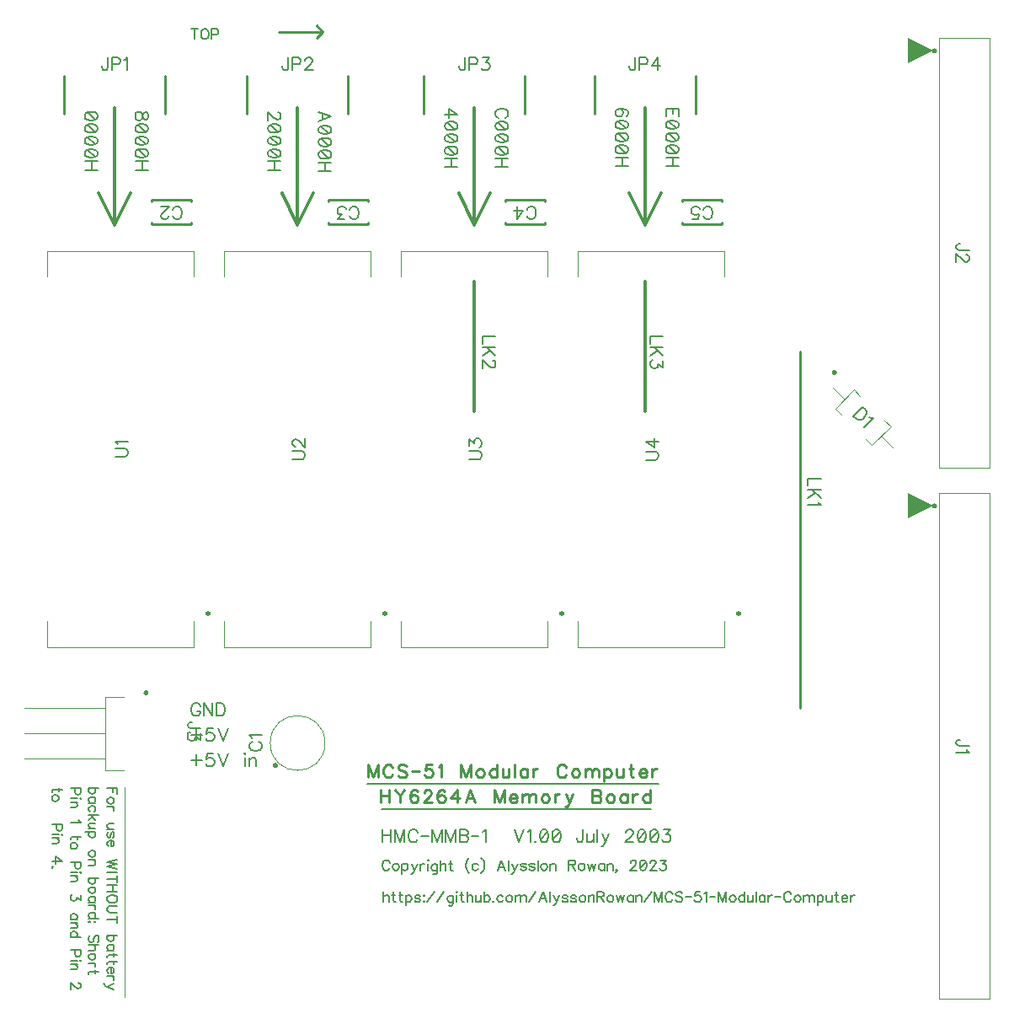
<source format=gbr>
G04 DipTrace 4.3.0.5*
G04 TopSilk.gbr*
%MOMM*%
G04 #@! TF.FileFunction,Legend,Top*
G04 #@! TF.Part,Single*
%ADD10C,0.25*%
%ADD13C,0.12*%
%ADD19C,0.1*%
%ADD20C,0.3*%
%ADD21C,0.15*%
%ADD68C,0.19608*%
%ADD69C,0.15686*%
%ADD70C,0.27778*%
%FSLAX35Y35*%
G04*
G71*
G90*
G75*
G01*
G04 TopSilk*
%LPD*%
X-7323500Y-2254250D2*
D13*
G02X-7323500Y-2254250I275000J0D01*
G01*
G36*
X-7273360Y-2504110D2*
X-7276623Y-2503896D1*
X-7279830Y-2503258D1*
X-7282927Y-2502207D1*
X-7285860Y-2500761D1*
X-7288579Y-2498944D1*
X-7291038Y-2496788D1*
X-7293194Y-2494329D1*
X-7295011Y-2491610D1*
X-7296457Y-2488677D1*
X-7297508Y-2485580D1*
X-7298146Y-2482373D1*
X-7298360Y-2479110D1*
X-7298146Y-2475847D1*
X-7297508Y-2472640D1*
X-7296457Y-2469543D1*
X-7295011Y-2466610D1*
X-7293194Y-2463891D1*
X-7291038Y-2461432D1*
X-7288579Y-2459276D1*
X-7285860Y-2457459D1*
X-7282927Y-2456013D1*
X-7279830Y-2454962D1*
X-7276623Y-2454324D1*
X-7273360Y-2454110D1*
D1*
X-7270097Y-2454324D1*
X-7266890Y-2454962D1*
X-7263793Y-2456013D1*
X-7260860Y-2457459D1*
X-7258141Y-2459276D1*
X-7255682Y-2461432D1*
X-7253526Y-2463891D1*
X-7251709Y-2466610D1*
X-7250263Y-2469543D1*
X-7249212Y-2472640D1*
X-7248574Y-2475847D1*
X-7248360Y-2479110D1*
X-7248574Y-2482373D1*
X-7249212Y-2485580D1*
X-7250263Y-2488677D1*
X-7251709Y-2491610D1*
X-7253526Y-2494329D1*
X-7255682Y-2496788D1*
X-7258141Y-2498944D1*
X-7260860Y-2500761D1*
X-7263793Y-2502207D1*
X-7266890Y-2503258D1*
X-7270097Y-2503896D1*
X-7273360Y-2504110D1*
D1*
G37*
X-8118620Y3204750D2*
D10*
Y3186750D1*
Y2972750D2*
Y2954750D1*
X-8518380Y2972750D2*
Y2954750D1*
Y3204750D2*
Y3186750D1*
X-8118620Y2954750D2*
X-8518380D1*
X-8118620Y3204750D2*
X-8518380D1*
X-6340620D2*
Y3186750D1*
Y2972750D2*
Y2954750D1*
X-6740380Y2972750D2*
Y2954750D1*
Y3204750D2*
Y3186750D1*
X-6340620Y2954750D2*
X-6740380D1*
X-6340620Y3204750D2*
X-6740380D1*
X-4562620D2*
Y3186750D1*
Y2972750D2*
Y2954750D1*
X-4962380Y2972750D2*
Y2954750D1*
Y3204750D2*
Y3186750D1*
X-4562620Y2954750D2*
X-4962380D1*
X-4562620Y3204750D2*
X-4962380D1*
X-2784620D2*
Y3186750D1*
Y2972750D2*
Y2954750D1*
X-3184380Y2972750D2*
Y2954750D1*
Y3204750D2*
Y3186750D1*
X-2784620Y2954750D2*
X-3184380D1*
X-2784620Y3204750D2*
X-3184380D1*
X-1392120Y1233789D2*
D13*
X-1453638Y1295307D1*
X-1644557Y1104388D1*
X-1583039Y1042870D1*
X-1147461Y989130D2*
X-1085943Y927612D1*
X-1276862Y736693D1*
X-1338380Y798211D1*
X-1667185Y1317935D2*
X-1549098Y1199848D1*
X-1181402Y832152D2*
X-1063315Y714065D1*
G36*
X-1670720Y1486933D2*
X-1668261Y1489089D1*
X-1665542Y1490906D1*
X-1662610Y1492352D1*
X-1659513Y1493404D1*
X-1656306Y1494042D1*
X-1653042Y1494255D1*
X-1649779Y1494042D1*
X-1646572Y1493404D1*
X-1643475Y1492352D1*
X-1640542Y1490906D1*
X-1637823Y1489089D1*
X-1635365Y1486933D1*
X-1633209Y1484474D1*
X-1631392Y1481755D1*
X-1629945Y1478823D1*
X-1628894Y1475726D1*
X-1628256Y1472519D1*
X-1628042Y1469255D1*
X-1628256Y1465992D1*
X-1628894Y1462785D1*
X-1629945Y1459688D1*
X-1631392Y1456755D1*
X-1633209Y1454036D1*
X-1635365Y1451578D1*
D1*
X-1637823Y1449422D1*
X-1640542Y1447605D1*
X-1643475Y1446158D1*
X-1646572Y1445107D1*
X-1649779Y1444469D1*
X-1653042Y1444255D1*
X-1656306Y1444469D1*
X-1659513Y1445107D1*
X-1662610Y1446158D1*
X-1665542Y1447605D1*
X-1668261Y1449422D1*
X-1670720Y1451578D1*
X-1672876Y1454036D1*
X-1674693Y1456755D1*
X-1676139Y1459688D1*
X-1677191Y1462785D1*
X-1677829Y1465992D1*
X-1678042Y1469255D1*
X-1677829Y1472519D1*
X-1677191Y1475726D1*
X-1676139Y1478823D1*
X-1674693Y1481755D1*
X-1672876Y1484474D1*
X-1670720Y1486933D1*
D1*
G37*
X-95200Y254000D2*
D13*
X-603200D1*
Y-4826000D1*
X-95200D1*
Y254000D1*
G36*
X-646200Y152000D2*
X-642937Y151786D1*
X-639730Y151148D1*
X-636633Y150097D1*
X-633700Y148651D1*
X-630981Y146834D1*
X-628522Y144678D1*
X-626366Y142219D1*
X-624549Y139500D1*
X-623103Y136567D1*
X-622052Y133470D1*
X-621414Y130263D1*
X-621200Y127000D1*
X-621414Y123737D1*
X-622052Y120530D1*
X-623103Y117433D1*
X-624549Y114500D1*
X-626366Y111781D1*
X-628522Y109322D1*
X-630981Y107166D1*
X-633700Y105349D1*
X-636633Y103903D1*
X-639730Y102852D1*
X-642937Y102214D1*
X-646200Y102000D1*
D1*
X-649463Y102214D1*
X-652670Y102852D1*
X-655767Y103903D1*
X-658700Y105349D1*
X-661419Y107166D1*
X-663878Y109322D1*
X-666034Y111781D1*
X-667851Y114500D1*
X-669297Y117433D1*
X-670348Y120530D1*
X-670986Y123737D1*
X-671200Y127000D1*
X-670986Y130263D1*
X-670348Y133470D1*
X-669297Y136567D1*
X-667851Y139500D1*
X-666034Y142219D1*
X-663878Y144678D1*
X-661419Y146834D1*
X-658700Y148651D1*
X-655767Y150097D1*
X-652670Y151148D1*
X-649463Y151786D1*
X-646200Y152000D1*
D1*
G37*
X-95200Y4826000D2*
D13*
X-603200D1*
Y508000D1*
X-95200D1*
Y4826000D1*
G36*
X-646200Y4724000D2*
X-642937Y4723786D1*
X-639730Y4723148D1*
X-636633Y4722097D1*
X-633700Y4720651D1*
X-630981Y4718834D1*
X-628522Y4716678D1*
X-626366Y4714219D1*
X-624549Y4711500D1*
X-623103Y4708567D1*
X-622052Y4705470D1*
X-621414Y4702263D1*
X-621200Y4699000D1*
X-621414Y4695737D1*
X-622052Y4692530D1*
X-623103Y4689433D1*
X-624549Y4686500D1*
X-626366Y4683781D1*
X-628522Y4681322D1*
X-630981Y4679166D1*
X-633700Y4677349D1*
X-636633Y4675903D1*
X-639730Y4674852D1*
X-642937Y4674214D1*
X-646200Y4674000D1*
D1*
X-649463Y4674214D1*
X-652670Y4674852D1*
X-655767Y4675903D1*
X-658700Y4677349D1*
X-661419Y4679166D1*
X-663878Y4681322D1*
X-666034Y4683781D1*
X-667851Y4686500D1*
X-669297Y4689433D1*
X-670348Y4692530D1*
X-670986Y4695737D1*
X-671200Y4699000D1*
X-670986Y4702263D1*
X-670348Y4705470D1*
X-669297Y4708567D1*
X-667851Y4711500D1*
X-666034Y4714219D1*
X-663878Y4716678D1*
X-661419Y4718834D1*
X-658700Y4720651D1*
X-655767Y4722097D1*
X-652670Y4723148D1*
X-649463Y4723786D1*
X-646200Y4724000D1*
D1*
G37*
X-8796000Y-1792000D2*
D13*
X-8983900D1*
Y-2526000D1*
X-8796000D1*
X-8983900Y-1905000D2*
X-9791600D1*
X-8983900Y-2159000D2*
X-9791600D1*
X-8983900Y-2413000D2*
X-9791600D1*
G36*
X-8572500Y-1724000D2*
X-8569237Y-1724214D1*
X-8566030Y-1724852D1*
X-8562933Y-1725903D1*
X-8560000Y-1727349D1*
X-8557281Y-1729166D1*
X-8554822Y-1731322D1*
X-8552666Y-1733781D1*
X-8550849Y-1736500D1*
X-8549403Y-1739433D1*
X-8548352Y-1742530D1*
X-8547714Y-1745737D1*
X-8547500Y-1749000D1*
X-8547714Y-1752263D1*
X-8548352Y-1755470D1*
X-8549403Y-1758567D1*
X-8550849Y-1761500D1*
X-8552666Y-1764219D1*
X-8554822Y-1766678D1*
X-8557281Y-1768834D1*
X-8560000Y-1770651D1*
X-8562933Y-1772097D1*
X-8566030Y-1773148D1*
X-8569237Y-1773786D1*
X-8572500Y-1774000D1*
D1*
X-8575763Y-1773786D1*
X-8578970Y-1773148D1*
X-8582067Y-1772097D1*
X-8585000Y-1770651D1*
X-8587719Y-1768834D1*
X-8590178Y-1766678D1*
X-8592334Y-1764219D1*
X-8594151Y-1761500D1*
X-8595597Y-1758567D1*
X-8596648Y-1755470D1*
X-8597286Y-1752263D1*
X-8597500Y-1749000D1*
X-8597286Y-1745737D1*
X-8596648Y-1742530D1*
X-8595597Y-1739433D1*
X-8594151Y-1736500D1*
X-8592334Y-1733781D1*
X-8590178Y-1731322D1*
X-8587719Y-1729166D1*
X-8585000Y-1727349D1*
X-8582067Y-1725903D1*
X-8578970Y-1724852D1*
X-8575763Y-1724214D1*
X-8572500Y-1724000D1*
D1*
G37*
X-9398000Y4445000D2*
D10*
Y4064000D1*
X-8382000Y4445000D2*
Y4064000D1*
X-7556500Y4445000D2*
Y4064000D1*
X-6540500Y4445000D2*
Y4064000D1*
X-5778500Y4445000D2*
Y4064000D1*
X-4762500Y4445000D2*
Y4064000D1*
X-4064000Y4445000D2*
Y4064000D1*
X-3048000Y4445000D2*
Y4064000D1*
X-9562968Y-1033514D2*
D13*
X-9562963Y-1289514D1*
X-8089963Y-1289487D1*
X-8089968Y-1033487D1*
X-9563032Y2430486D2*
X-9563037Y2686486D1*
X-8090037Y2686513D1*
X-8090032Y2430513D1*
G36*
X-7948969Y-977484D2*
X-7952232Y-977270D1*
X-7955440Y-976632D1*
X-7958536Y-975581D1*
X-7961469Y-974135D1*
X-7964188Y-972318D1*
X-7966647Y-970162D1*
X-7968803Y-967704D1*
X-7970620Y-964985D1*
X-7972066Y-962052D1*
X-7973118Y-958955D1*
X-7973756Y-955748D1*
X-7973970Y-952485D1*
X-7973756Y-949222D1*
X-7973118Y-946014D1*
X-7972067Y-942918D1*
X-7970621Y-939985D1*
X-7968804Y-937266D1*
X-7966648Y-934807D1*
X-7964189Y-932651D1*
X-7961470Y-930834D1*
X-7958537Y-929387D1*
X-7955441Y-928336D1*
X-7952233Y-927698D1*
X-7948970Y-927484D1*
D1*
X-7945707Y-927698D1*
X-7942500Y-928336D1*
X-7939403Y-929387D1*
X-7936470Y-930833D1*
X-7933751Y-932650D1*
X-7931292Y-934806D1*
X-7929136Y-937265D1*
X-7927319Y-939984D1*
X-7925873Y-942917D1*
X-7924822Y-946013D1*
X-7924184Y-949221D1*
X-7923970Y-952484D1*
X-7924183Y-955747D1*
X-7924821Y-958954D1*
X-7925873Y-962051D1*
X-7927319Y-964984D1*
X-7929136Y-967703D1*
X-7931292Y-970162D1*
X-7933750Y-972318D1*
X-7936469Y-974135D1*
X-7939402Y-975581D1*
X-7942499Y-976632D1*
X-7945706Y-977270D1*
X-7948969Y-977484D1*
D1*
G37*
X-7784968Y-1033514D2*
D13*
X-7784963Y-1289514D1*
X-6311963Y-1289487D1*
X-6311968Y-1033487D1*
X-7785032Y2430486D2*
X-7785037Y2686486D1*
X-6312037Y2686513D1*
X-6312032Y2430513D1*
G36*
X-6170969Y-977484D2*
X-6174232Y-977270D1*
X-6177440Y-976632D1*
X-6180536Y-975581D1*
X-6183469Y-974135D1*
X-6186188Y-972318D1*
X-6188647Y-970162D1*
X-6190803Y-967704D1*
X-6192620Y-964985D1*
X-6194066Y-962052D1*
X-6195118Y-958955D1*
X-6195756Y-955748D1*
X-6195970Y-952485D1*
X-6195756Y-949222D1*
X-6195118Y-946014D1*
X-6194067Y-942918D1*
X-6192621Y-939985D1*
X-6190804Y-937266D1*
X-6188648Y-934807D1*
X-6186189Y-932651D1*
X-6183470Y-930834D1*
X-6180537Y-929387D1*
X-6177441Y-928336D1*
X-6174233Y-927698D1*
X-6170970Y-927484D1*
D1*
X-6167707Y-927698D1*
X-6164500Y-928336D1*
X-6161403Y-929387D1*
X-6158470Y-930833D1*
X-6155751Y-932650D1*
X-6153292Y-934806D1*
X-6151136Y-937265D1*
X-6149319Y-939984D1*
X-6147873Y-942917D1*
X-6146822Y-946013D1*
X-6146184Y-949221D1*
X-6145970Y-952484D1*
X-6146183Y-955747D1*
X-6146821Y-958954D1*
X-6147873Y-962051D1*
X-6149319Y-964984D1*
X-6151136Y-967703D1*
X-6153292Y-970162D1*
X-6155750Y-972318D1*
X-6158469Y-974135D1*
X-6161402Y-975581D1*
X-6164499Y-976632D1*
X-6167706Y-977270D1*
X-6170969Y-977484D1*
D1*
G37*
X-6006968Y-1033514D2*
D13*
X-6006963Y-1289514D1*
X-4533963Y-1289487D1*
X-4533968Y-1033487D1*
X-6007032Y2430486D2*
X-6007037Y2686486D1*
X-4534037Y2686513D1*
X-4534032Y2430513D1*
G36*
X-4392969Y-977484D2*
X-4396232Y-977270D1*
X-4399440Y-976632D1*
X-4402536Y-975581D1*
X-4405469Y-974135D1*
X-4408188Y-972318D1*
X-4410647Y-970162D1*
X-4412803Y-967704D1*
X-4414620Y-964985D1*
X-4416066Y-962052D1*
X-4417118Y-958955D1*
X-4417756Y-955748D1*
X-4417970Y-952485D1*
X-4417756Y-949222D1*
X-4417118Y-946014D1*
X-4416067Y-942918D1*
X-4414621Y-939985D1*
X-4412804Y-937266D1*
X-4410648Y-934807D1*
X-4408189Y-932651D1*
X-4405470Y-930834D1*
X-4402537Y-929387D1*
X-4399441Y-928336D1*
X-4396233Y-927698D1*
X-4392970Y-927484D1*
D1*
X-4389707Y-927698D1*
X-4386500Y-928336D1*
X-4383403Y-929387D1*
X-4380470Y-930833D1*
X-4377751Y-932650D1*
X-4375292Y-934806D1*
X-4373136Y-937265D1*
X-4371319Y-939984D1*
X-4369873Y-942917D1*
X-4368822Y-946013D1*
X-4368184Y-949221D1*
X-4367970Y-952484D1*
X-4368183Y-955747D1*
X-4368821Y-958954D1*
X-4369873Y-962051D1*
X-4371319Y-964984D1*
X-4373136Y-967703D1*
X-4375292Y-970162D1*
X-4377750Y-972318D1*
X-4380469Y-974135D1*
X-4383402Y-975581D1*
X-4386499Y-976632D1*
X-4389706Y-977270D1*
X-4392969Y-977484D1*
D1*
G37*
X-4229000Y-1033500D2*
D13*
Y-1289500D1*
X-2756000D1*
Y-1033500D1*
X-4229000Y2430500D2*
Y2686500D1*
X-2756000D1*
Y2430500D1*
G36*
X-2615000Y-977500D2*
X-2618263Y-977286D1*
X-2621470Y-976648D1*
X-2624567Y-975597D1*
X-2627500Y-974151D1*
X-2630219Y-972334D1*
X-2632678Y-970178D1*
X-2634834Y-967719D1*
X-2636651Y-965000D1*
X-2638097Y-962067D1*
X-2639148Y-958970D1*
X-2639786Y-955763D1*
X-2640000Y-952500D1*
X-2639786Y-949237D1*
X-2639148Y-946030D1*
X-2638097Y-942933D1*
X-2636651Y-940000D1*
X-2634834Y-937281D1*
X-2632678Y-934822D1*
X-2630219Y-932666D1*
X-2627500Y-930849D1*
X-2624567Y-929403D1*
X-2621470Y-928352D1*
X-2618263Y-927714D1*
X-2615000Y-927500D1*
D1*
X-2611737Y-927714D1*
X-2608530Y-928352D1*
X-2605433Y-929403D1*
X-2602500Y-930849D1*
X-2599781Y-932666D1*
X-2597322Y-934822D1*
X-2595166Y-937281D1*
X-2593349Y-940000D1*
X-2591903Y-942933D1*
X-2590852Y-946030D1*
X-2590214Y-949237D1*
X-2590000Y-952500D1*
X-2590214Y-955763D1*
X-2590852Y-958970D1*
X-2591903Y-962067D1*
X-2593349Y-965000D1*
X-2595166Y-967719D1*
X-2597322Y-970178D1*
X-2599781Y-972334D1*
X-2602500Y-974151D1*
X-2605433Y-975597D1*
X-2608530Y-976648D1*
X-2611737Y-977286D1*
X-2615000Y-977500D1*
D1*
G37*
G36*
X-658620Y4699623D2*
X-912620Y4826623D1*
Y4572627D1*
D1*
X-658620Y4699623D1*
G37*
G36*
Y127623D2*
X-912620Y254623D1*
Y627D1*
D1*
X-658620Y127623D1*
G37*
X-7239000Y4889500D2*
D10*
X-6794500D1*
X-6858000Y4953000D1*
X-6794500Y4889500D2*
X-6858000Y4826000D1*
X-2000250Y1682750D2*
Y-1905000D1*
X-5270500Y2381250D2*
D20*
Y1079500D1*
X-3556000Y2381250D2*
Y1079500D1*
X-8783873Y-2698750D2*
D19*
Y-4805893D1*
X-6351497Y-2661477D2*
D21*
X-3422637D1*
X-6203990Y-2919503D2*
X-3492500Y-2921000D1*
X-8890000Y4127500D2*
D20*
Y2952750D1*
X-8731250Y3270250D1*
X-8890000Y2952750D2*
X-9048750Y3270250D1*
X-7048500Y4127500D2*
Y2952750D1*
X-6889750Y3270250D1*
X-7048500Y2952750D2*
X-7207250Y3270250D1*
X-5270500Y4127500D2*
Y2952750D1*
X-5111750Y3270250D1*
X-5270500Y2952750D2*
X-5429250Y3270250D1*
X-3556000Y4127500D2*
Y2952750D1*
X-3397250Y3270250D1*
X-3556000Y2952750D2*
X-3714750Y3270250D1*
X-8086128Y4918540D2*
D69*
Y4816452D1*
X-8120157Y4918540D2*
X-8052098D1*
X-7991526D2*
X-8001297Y4913711D1*
X-8010955Y4903940D1*
X-8015897Y4894281D1*
X-8020726Y4879681D1*
Y4855311D1*
X-8015897Y4840823D1*
X-8010955Y4831052D1*
X-8001297Y4821394D1*
X-7991526Y4816452D1*
X-7972097D1*
X-7962438Y4821394D1*
X-7952667Y4831052D1*
X-7947838Y4840823D1*
X-7943009Y4855311D1*
Y4879681D1*
X-7947838Y4894281D1*
X-7952667Y4903940D1*
X-7962438Y4913711D1*
X-7972097Y4918540D1*
X-7991526D1*
X-7911636Y4865081D2*
X-7867836D1*
X-7853349Y4869911D1*
X-7848407Y4874852D1*
X-7843578Y4884511D1*
Y4899111D1*
X-7848407Y4908769D1*
X-7853349Y4913711D1*
X-7867836Y4918540D1*
X-7911636D1*
Y4816452D1*
X-9060215Y4049446D2*
D68*
X-9066252Y4067696D1*
X-9084502Y4079910D1*
X-9114825Y4085946D1*
X-9133075D1*
X-9163398Y4079910D1*
X-9181648Y4067696D1*
X-9187685Y4049446D1*
Y4037373D1*
X-9181648Y4019123D1*
X-9163398Y4007050D1*
X-9133075Y4000873D1*
X-9114825D1*
X-9084502Y4007050D1*
X-9066252Y4019123D1*
X-9060215Y4037373D1*
Y4049446D1*
X-9084502Y4007050D2*
X-9163398Y4079910D1*
X-9060215Y3925157D2*
X-9066252Y3943407D1*
X-9084502Y3955621D1*
X-9114825Y3961657D1*
X-9133075D1*
X-9163398Y3955621D1*
X-9181648Y3943407D1*
X-9187685Y3925157D1*
Y3913084D1*
X-9181648Y3894834D1*
X-9163398Y3882761D1*
X-9133075Y3876584D1*
X-9114825D1*
X-9084502Y3882761D1*
X-9066252Y3894834D1*
X-9060215Y3913084D1*
Y3925157D1*
X-9084502Y3882761D2*
X-9163398Y3955621D1*
X-9060215Y3800869D2*
X-9066252Y3819119D1*
X-9084502Y3831332D1*
X-9114825Y3837369D1*
X-9133075D1*
X-9163398Y3831332D1*
X-9181648Y3819119D1*
X-9187685Y3800869D1*
Y3788795D1*
X-9181648Y3770545D1*
X-9163398Y3758472D1*
X-9133075Y3752295D1*
X-9114825D1*
X-9084502Y3758472D1*
X-9066252Y3770545D1*
X-9060215Y3788795D1*
Y3800869D1*
X-9084502Y3758472D2*
X-9163398Y3831332D1*
X-9060215Y3676580D2*
X-9066252Y3694830D1*
X-9084502Y3707043D1*
X-9114825Y3713080D1*
X-9133075D1*
X-9163398Y3707043D1*
X-9181648Y3694830D1*
X-9187685Y3676580D1*
Y3664507D1*
X-9181648Y3646257D1*
X-9163398Y3634184D1*
X-9133075Y3628007D1*
X-9114825D1*
X-9084502Y3634184D1*
X-9066252Y3646257D1*
X-9060215Y3664507D1*
Y3676580D1*
X-9084502Y3634184D2*
X-9163398Y3707043D1*
X-9060075Y3588791D2*
X-9187685D1*
X-9060075Y3503718D2*
X-9187685D1*
X-9120862Y3588791D2*
Y3503718D1*
X-1789325Y402946D2*
X-1916935D1*
Y330086D1*
X-1789325Y290871D2*
X-1916935D1*
X-1789325Y205798D2*
X-1874398Y290871D1*
X-1843935Y260548D2*
X-1916935Y205798D1*
X-1813752Y166582D2*
X-1807575Y154369D1*
X-1789465Y136119D1*
X-1916935D1*
X-5059575Y1831696D2*
X-5187185D1*
Y1758836D1*
X-5059575Y1719621D2*
X-5187185D1*
X-5059575Y1634548D2*
X-5144648Y1719621D1*
X-5114185Y1689298D2*
X-5187185Y1634548D1*
X-5090039Y1589155D2*
X-5084002D1*
X-5071789Y1583119D1*
X-5065752Y1577082D1*
X-5059715Y1564869D1*
Y1540582D1*
X-5065752Y1528509D1*
X-5071789Y1522472D1*
X-5084002Y1516295D1*
X-5096075D1*
X-5108289Y1522472D1*
X-5126398Y1534545D1*
X-5187185Y1595332D1*
Y1510259D1*
X-3376825Y1831696D2*
X-3504435D1*
Y1758836D1*
X-3376825Y1719621D2*
X-3504435D1*
X-3376825Y1634548D2*
X-3461898Y1719621D1*
X-3431435Y1689298D2*
X-3504435Y1634548D1*
X-3376965Y1583119D2*
Y1516436D1*
X-3425539Y1552795D1*
Y1534545D1*
X-3431575Y1522472D1*
X-3437612Y1516436D1*
X-3455862Y1510259D1*
X-3467935D1*
X-3486185Y1516436D1*
X-3498398Y1528509D1*
X-3504435Y1546759D1*
Y1565009D1*
X-3498398Y1583119D1*
X-3492221Y1589155D1*
X-3480148Y1595332D1*
X-8860960Y-2769822D2*
D69*
Y-2706593D1*
X-8963048D1*
X-8909589D2*
Y-2745452D1*
X-8894989Y-2825453D2*
X-8899819Y-2815795D1*
X-8909589Y-2806024D1*
X-8924189Y-2801195D1*
X-8933848D1*
X-8948448Y-2806024D1*
X-8958106Y-2815795D1*
X-8963048Y-2825453D1*
Y-2840053D1*
X-8958106Y-2849824D1*
X-8948448Y-2859483D1*
X-8933848Y-2864424D1*
X-8924189D1*
X-8909589Y-2859483D1*
X-8899819Y-2849824D1*
X-8894989Y-2840053D1*
Y-2825453D1*
Y-2895797D2*
X-8963048D1*
X-8924189D2*
X-8909589Y-2900738D1*
X-8899819Y-2910397D1*
X-8894989Y-2920167D1*
Y-2934767D1*
Y-3064897D2*
X-8943619D1*
X-8958106Y-3069726D1*
X-8963048Y-3079497D1*
Y-3094097D1*
X-8958106Y-3103756D1*
X-8943619Y-3118356D1*
X-8894989D2*
X-8963048D1*
X-8909589Y-3203187D2*
X-8899819Y-3198357D1*
X-8894989Y-3183757D1*
Y-3169157D1*
X-8899819Y-3154557D1*
X-8909589Y-3149728D1*
X-8919248Y-3154557D1*
X-8924189Y-3164328D1*
X-8929019Y-3188587D1*
X-8933848Y-3198357D1*
X-8943619Y-3203187D1*
X-8948448D1*
X-8958106Y-3198357D1*
X-8963048Y-3183757D1*
Y-3169157D1*
X-8958106Y-3154557D1*
X-8948448Y-3149728D1*
X-8924189Y-3234559D2*
Y-3292847D1*
X-8914419D1*
X-8904648Y-3288018D1*
X-8899819Y-3283188D1*
X-8894989Y-3273418D1*
Y-3258818D1*
X-8899819Y-3249159D1*
X-8909589Y-3239388D1*
X-8924189Y-3234559D1*
X-8933848D1*
X-8948448Y-3239388D1*
X-8958106Y-3249159D1*
X-8963048Y-3258818D1*
Y-3273418D1*
X-8958106Y-3283188D1*
X-8948448Y-3292847D1*
X-8860960Y-3422977D2*
X-8963048Y-3447347D1*
X-8860960Y-3471606D1*
X-8963048Y-3495864D1*
X-8860960Y-3520235D1*
Y-3551608D2*
X-8963048D1*
X-8860960Y-3617009D2*
X-8963048D1*
X-8860960Y-3582980D2*
Y-3651039D1*
Y-3682411D2*
X-8963048D1*
X-8860960Y-3750470D2*
X-8963048D1*
X-8909589Y-3682411D2*
Y-3750470D1*
X-8860960Y-3811042D2*
X-8865789Y-3801271D1*
X-8875560Y-3791613D1*
X-8885219Y-3786671D1*
X-8899819Y-3781842D1*
X-8924189D1*
X-8938677Y-3786671D1*
X-8948448Y-3791613D1*
X-8958106Y-3801271D1*
X-8963048Y-3811042D1*
Y-3830471D1*
X-8958106Y-3840130D1*
X-8948448Y-3849901D1*
X-8938677Y-3854730D1*
X-8924189Y-3859559D1*
X-8899819D1*
X-8885219Y-3854730D1*
X-8875560Y-3849901D1*
X-8865789Y-3840130D1*
X-8860960Y-3830471D1*
Y-3811042D1*
Y-3890932D2*
X-8933848D1*
X-8948448Y-3895761D1*
X-8958106Y-3905532D1*
X-8963048Y-3920132D1*
Y-3929790D1*
X-8958106Y-3944390D1*
X-8948448Y-3954161D1*
X-8933848Y-3958990D1*
X-8860960D1*
Y-4024392D2*
X-8963048D1*
X-8860960Y-3990363D2*
Y-4058421D1*
Y-4188551D2*
X-8963048D1*
X-8909589D2*
X-8899819Y-4198322D1*
X-8894989Y-4207980D1*
Y-4222580D1*
X-8899819Y-4232239D1*
X-8909589Y-4242009D1*
X-8924189Y-4246839D1*
X-8933848D1*
X-8948448Y-4242009D1*
X-8958106Y-4232239D1*
X-8963048Y-4222580D1*
Y-4207980D1*
X-8958106Y-4198322D1*
X-8948448Y-4188551D1*
X-8894989Y-4336499D2*
X-8963048D1*
X-8909589D2*
X-8899819Y-4326840D1*
X-8894989Y-4317070D1*
Y-4302582D1*
X-8899819Y-4292811D1*
X-8909589Y-4283153D1*
X-8924189Y-4278211D1*
X-8933848D1*
X-8948448Y-4283153D1*
X-8958106Y-4292811D1*
X-8963048Y-4302582D1*
Y-4317070D1*
X-8958106Y-4326840D1*
X-8948448Y-4336499D1*
X-8860960Y-4382471D2*
X-8943619D1*
X-8958106Y-4387301D1*
X-8963048Y-4397071D1*
Y-4406730D1*
X-8894989Y-4367871D2*
Y-4401901D1*
X-8860960Y-4452702D2*
X-8943619D1*
X-8958106Y-4457532D1*
X-8963048Y-4467302D1*
Y-4476961D1*
X-8894989Y-4438102D2*
Y-4472132D1*
X-8924189Y-4508333D2*
Y-4566621D1*
X-8914419D1*
X-8904648Y-4561792D1*
X-8899819Y-4556963D1*
X-8894989Y-4547192D1*
Y-4532592D1*
X-8899819Y-4522933D1*
X-8909589Y-4513163D1*
X-8924189Y-4508333D1*
X-8933848D1*
X-8948448Y-4513163D1*
X-8958106Y-4522933D1*
X-8963048Y-4532592D1*
Y-4547192D1*
X-8958106Y-4556963D1*
X-8948448Y-4566621D1*
X-8894989Y-4597994D2*
X-8963048D1*
X-8924189D2*
X-8909589Y-4602935D1*
X-8899819Y-4612594D1*
X-8894989Y-4622364D1*
Y-4636964D1*
Y-4673278D2*
X-8963048Y-4702366D1*
X-8982477Y-4692708D1*
X-8992248Y-4682937D1*
X-8997077Y-4673278D1*
Y-4668337D1*
X-8894989Y-4731566D2*
X-8963048Y-4702366D1*
X-9045935Y-2706593D2*
X-9148022D1*
X-9094564D2*
X-9084793Y-2716364D1*
X-9079964Y-2726022D1*
Y-2740622D1*
X-9084793Y-2750281D1*
X-9094564Y-2760052D1*
X-9109164Y-2764881D1*
X-9118822D1*
X-9133422Y-2760052D1*
X-9143081Y-2750281D1*
X-9148022Y-2740622D1*
Y-2726022D1*
X-9143081Y-2716364D1*
X-9133422Y-2706593D1*
X-9079964Y-2854541D2*
X-9148022D1*
X-9094564D2*
X-9084793Y-2844883D1*
X-9079964Y-2835112D1*
Y-2820624D1*
X-9084793Y-2810853D1*
X-9094564Y-2801195D1*
X-9109164Y-2796253D1*
X-9118822D1*
X-9133422Y-2801195D1*
X-9143081Y-2810853D1*
X-9148022Y-2820624D1*
Y-2835112D1*
X-9143081Y-2844883D1*
X-9133422Y-2854541D1*
X-9094564Y-2944314D2*
X-9084793Y-2934543D1*
X-9079964Y-2924772D1*
Y-2910284D1*
X-9084793Y-2900514D1*
X-9094564Y-2890855D1*
X-9109164Y-2885914D1*
X-9118822D1*
X-9133422Y-2890855D1*
X-9143081Y-2900514D1*
X-9148022Y-2910284D1*
Y-2924772D1*
X-9143081Y-2934543D1*
X-9133422Y-2944314D1*
X-9045935Y-2975686D2*
X-9148022D1*
X-9079964Y-3024315D2*
X-9128593Y-2975686D1*
X-9109164Y-2995115D2*
X-9148022Y-3029145D1*
X-9079964Y-3060517D2*
X-9128593D1*
X-9143081Y-3065346D1*
X-9148022Y-3075117D1*
Y-3089717D1*
X-9143081Y-3099376D1*
X-9128593Y-3113976D1*
X-9079964D2*
X-9148022D1*
X-9079964Y-3145348D2*
X-9182052D1*
X-9094564D2*
X-9084905Y-3155119D1*
X-9079964Y-3164777D1*
Y-3179377D1*
X-9084905Y-3189148D1*
X-9094564Y-3198807D1*
X-9109164Y-3203748D1*
X-9118935D1*
X-9133422Y-3198807D1*
X-9143193Y-3189148D1*
X-9148022Y-3179377D1*
Y-3164777D1*
X-9143193Y-3155119D1*
X-9133422Y-3145348D1*
X-9079964Y-3358136D2*
X-9084793Y-3348478D1*
X-9094564Y-3338707D1*
X-9109164Y-3333878D1*
X-9118822D1*
X-9133422Y-3338707D1*
X-9143081Y-3348478D1*
X-9148022Y-3358136D1*
Y-3372736D1*
X-9143081Y-3382507D1*
X-9133422Y-3392166D1*
X-9118822Y-3397107D1*
X-9109164D1*
X-9094564Y-3392166D1*
X-9084793Y-3382507D1*
X-9079964Y-3372736D1*
Y-3358136D1*
Y-3428480D2*
X-9148022D1*
X-9099393D2*
X-9084793Y-3443080D1*
X-9079964Y-3452850D1*
Y-3467338D1*
X-9084793Y-3477109D1*
X-9099393Y-3481938D1*
X-9148022D1*
X-9045935Y-3612068D2*
X-9148022D1*
X-9094564D2*
X-9084793Y-3621839D1*
X-9079964Y-3631497D1*
Y-3646097D1*
X-9084793Y-3655756D1*
X-9094564Y-3665526D1*
X-9109164Y-3670356D1*
X-9118822D1*
X-9133422Y-3665526D1*
X-9143081Y-3655756D1*
X-9148022Y-3646097D1*
Y-3631497D1*
X-9143081Y-3621839D1*
X-9133422Y-3612068D1*
X-9079964Y-3725987D2*
X-9084793Y-3716328D1*
X-9094564Y-3706557D1*
X-9109164Y-3701728D1*
X-9118822D1*
X-9133422Y-3706557D1*
X-9143081Y-3716328D1*
X-9148022Y-3725987D1*
Y-3740587D1*
X-9143081Y-3750357D1*
X-9133422Y-3760016D1*
X-9118822Y-3764957D1*
X-9109164D1*
X-9094564Y-3760016D1*
X-9084793Y-3750357D1*
X-9079964Y-3740587D1*
Y-3725987D1*
Y-3854618D2*
X-9148022D1*
X-9094564D2*
X-9084793Y-3844959D1*
X-9079964Y-3835188D1*
Y-3820701D1*
X-9084793Y-3810930D1*
X-9094564Y-3801271D1*
X-9109164Y-3796330D1*
X-9118822D1*
X-9133422Y-3801271D1*
X-9143081Y-3810930D1*
X-9148022Y-3820701D1*
Y-3835188D1*
X-9143081Y-3844959D1*
X-9133422Y-3854618D1*
X-9079964Y-3885990D2*
X-9148022D1*
X-9109164D2*
X-9094564Y-3890932D1*
X-9084793Y-3900590D1*
X-9079964Y-3910361D1*
Y-3924961D1*
X-9045935Y-4014621D2*
X-9148022D1*
X-9094564D2*
X-9084793Y-4004963D1*
X-9079964Y-3995192D1*
Y-3980592D1*
X-9084793Y-3970933D1*
X-9094564Y-3961163D1*
X-9109164Y-3956333D1*
X-9118822D1*
X-9133422Y-3961163D1*
X-9143081Y-3970933D1*
X-9148022Y-3980592D1*
Y-3995192D1*
X-9143081Y-4004963D1*
X-9133422Y-4014621D1*
X-9079964Y-4050935D2*
X-9084905Y-4045994D1*
X-9089735Y-4050935D1*
X-9084905Y-4055764D1*
X-9079964Y-4050935D1*
X-9138252D2*
X-9143193Y-4045994D1*
X-9148022Y-4050935D1*
X-9143193Y-4055764D1*
X-9138252Y-4050935D1*
X-9060535Y-4253953D2*
X-9050764Y-4244294D1*
X-9045935Y-4229694D1*
Y-4210265D1*
X-9050764Y-4195665D1*
X-9060535Y-4185894D1*
X-9070193D1*
X-9079964Y-4190836D1*
X-9084793Y-4195665D1*
X-9089622Y-4205323D1*
X-9099393Y-4234523D1*
X-9104222Y-4244294D1*
X-9109164Y-4249123D1*
X-9118822Y-4253953D1*
X-9133422D1*
X-9143081Y-4244294D1*
X-9148022Y-4229694D1*
Y-4210265D1*
X-9143081Y-4195665D1*
X-9133422Y-4185894D1*
X-9045935Y-4285325D2*
X-9148022D1*
X-9099393D2*
X-9084793Y-4299925D1*
X-9079964Y-4309696D1*
Y-4324296D1*
X-9084793Y-4333954D1*
X-9099393Y-4338784D1*
X-9148022D1*
X-9079964Y-4394415D2*
X-9084793Y-4384756D1*
X-9094564Y-4374985D1*
X-9109164Y-4370156D1*
X-9118822D1*
X-9133422Y-4374985D1*
X-9143081Y-4384756D1*
X-9148022Y-4394415D1*
Y-4409015D1*
X-9143081Y-4418785D1*
X-9133422Y-4428444D1*
X-9118822Y-4433385D1*
X-9109164D1*
X-9094564Y-4428444D1*
X-9084793Y-4418785D1*
X-9079964Y-4409015D1*
Y-4394415D1*
Y-4464758D2*
X-9148022D1*
X-9109164D2*
X-9094564Y-4469700D1*
X-9084793Y-4479358D1*
X-9079964Y-4489129D1*
Y-4503729D1*
X-9045935Y-4549701D2*
X-9128593D1*
X-9143081Y-4554531D1*
X-9148022Y-4564301D1*
Y-4573960D1*
X-9079964Y-4535101D2*
Y-4569131D1*
X-9284368Y-2706593D2*
Y-2750393D1*
X-9279539Y-2764881D1*
X-9274597Y-2769822D1*
X-9264939Y-2774652D1*
X-9250339D1*
X-9240680Y-2769822D1*
X-9235739Y-2764881D1*
X-9230909Y-2750393D1*
Y-2706593D1*
X-9332997D1*
X-9230909Y-2806024D2*
X-9235739Y-2810853D1*
X-9230909Y-2815795D1*
X-9225968Y-2810853D1*
X-9230909Y-2806024D1*
X-9264939Y-2810853D2*
X-9332997D1*
X-9264939Y-2847167D2*
X-9332997D1*
X-9284368D2*
X-9269768Y-2861767D1*
X-9264939Y-2871538D1*
Y-2886026D1*
X-9269768Y-2895797D1*
X-9284368Y-2900626D1*
X-9332997D1*
X-9250451Y-3030756D2*
X-9245509Y-3040526D1*
X-9231022Y-3055126D1*
X-9332997D1*
X-9230909Y-3199856D2*
X-9313568D1*
X-9328055Y-3204685D1*
X-9332997Y-3214456D1*
Y-3224115D1*
X-9264939Y-3185256D2*
Y-3219285D1*
Y-3279746D2*
X-9269768Y-3270087D1*
X-9279539Y-3260316D1*
X-9294139Y-3255487D1*
X-9303797D1*
X-9318397Y-3260316D1*
X-9328055Y-3270087D1*
X-9332997Y-3279746D1*
Y-3294346D1*
X-9328055Y-3304116D1*
X-9318397Y-3313775D1*
X-9303797Y-3318716D1*
X-9294139D1*
X-9279539Y-3313775D1*
X-9269768Y-3304116D1*
X-9264939Y-3294346D1*
Y-3279746D1*
X-9284368Y-3448846D2*
Y-3492646D1*
X-9279539Y-3507134D1*
X-9274597Y-3512075D1*
X-9264939Y-3516905D1*
X-9250339D1*
X-9240680Y-3512075D1*
X-9235739Y-3507134D1*
X-9230909Y-3492646D1*
Y-3448846D1*
X-9332997D1*
X-9230909Y-3548277D2*
X-9235739Y-3553106D1*
X-9230909Y-3558048D1*
X-9225968Y-3553106D1*
X-9230909Y-3548277D1*
X-9264939Y-3553106D2*
X-9332997D1*
X-9264939Y-3589420D2*
X-9332997D1*
X-9284368D2*
X-9269768Y-3604020D1*
X-9264939Y-3613791D1*
Y-3628279D1*
X-9269768Y-3638050D1*
X-9284368Y-3642879D1*
X-9332997D1*
X-9231022Y-3782779D2*
Y-3836126D1*
X-9269880Y-3807038D1*
Y-3821638D1*
X-9274709Y-3831296D1*
X-9279539Y-3836126D1*
X-9294139Y-3841067D1*
X-9303797D1*
X-9318397Y-3836126D1*
X-9328168Y-3826467D1*
X-9332997Y-3811867D1*
Y-3797267D1*
X-9328168Y-3782779D1*
X-9323226Y-3777950D1*
X-9313568Y-3773009D1*
X-9264939Y-4029484D2*
X-9332997D1*
X-9279539D2*
X-9269768Y-4019826D1*
X-9264939Y-4010055D1*
Y-3995568D1*
X-9269768Y-3985797D1*
X-9279539Y-3976138D1*
X-9294139Y-3971197D1*
X-9303797D1*
X-9318397Y-3976138D1*
X-9328055Y-3985797D1*
X-9332997Y-3995568D1*
Y-4010055D1*
X-9328055Y-4019826D1*
X-9318397Y-4029484D1*
X-9264939Y-4060857D2*
X-9332997D1*
X-9284368D2*
X-9269768Y-4075457D1*
X-9264939Y-4085228D1*
Y-4099715D1*
X-9269768Y-4109486D1*
X-9284368Y-4114315D1*
X-9332997D1*
X-9230909Y-4203976D2*
X-9332997D1*
X-9279539D2*
X-9269768Y-4194317D1*
X-9264939Y-4184546D1*
Y-4169946D1*
X-9269768Y-4160288D1*
X-9279539Y-4150517D1*
X-9294139Y-4145688D1*
X-9303797D1*
X-9318397Y-4150517D1*
X-9328055Y-4160288D1*
X-9332997Y-4169946D1*
Y-4184546D1*
X-9328055Y-4194317D1*
X-9318397Y-4203976D1*
X-9284368Y-4334105D2*
Y-4377905D1*
X-9279539Y-4392393D1*
X-9274597Y-4397335D1*
X-9264939Y-4402164D1*
X-9250339D1*
X-9240680Y-4397335D1*
X-9235739Y-4392393D1*
X-9230909Y-4377905D1*
Y-4334105D1*
X-9332997D1*
X-9230909Y-4433536D2*
X-9235739Y-4438366D1*
X-9230909Y-4443307D1*
X-9225968Y-4438366D1*
X-9230909Y-4433536D1*
X-9264939Y-4438366D2*
X-9332997D1*
X-9264939Y-4474680D2*
X-9332997D1*
X-9284368D2*
X-9269768Y-4489280D1*
X-9264939Y-4499051D1*
Y-4513538D1*
X-9269768Y-4523309D1*
X-9284368Y-4528138D1*
X-9332997D1*
X-9255280Y-4663209D2*
X-9250451D1*
X-9240680Y-4668039D1*
X-9235851Y-4672868D1*
X-9231022Y-4682639D1*
Y-4702068D1*
X-9235851Y-4711726D1*
X-9240680Y-4716556D1*
X-9250451Y-4721497D1*
X-9260109D1*
X-9269880Y-4716556D1*
X-9284368Y-4706897D1*
X-9332997Y-4658268D1*
Y-4726326D1*
X-9415884Y-2721193D2*
X-9498542D1*
X-9513030Y-2726022D1*
X-9517972Y-2735793D1*
Y-2745452D1*
X-9449913Y-2706593D2*
Y-2740622D1*
Y-2801083D2*
X-9454742Y-2791424D1*
X-9464513Y-2781653D1*
X-9479113Y-2776824D1*
X-9488772D1*
X-9503372Y-2781653D1*
X-9513030Y-2791424D1*
X-9517972Y-2801083D1*
Y-2815683D1*
X-9513030Y-2825453D1*
X-9503372Y-2835112D1*
X-9488772Y-2840053D1*
X-9479113D1*
X-9464513Y-2835112D1*
X-9454742Y-2825453D1*
X-9449913Y-2815683D1*
Y-2801083D1*
X-9469342Y-3068940D2*
Y-3112740D1*
X-9464513Y-3127228D1*
X-9459572Y-3132169D1*
X-9449913Y-3136999D1*
X-9435313D1*
X-9425655Y-3132169D1*
X-9420713Y-3127228D1*
X-9415884Y-3112740D1*
Y-3068940D1*
X-9517972D1*
X-9415884Y-3168371D2*
X-9420713Y-3173200D1*
X-9415884Y-3178142D1*
X-9410942Y-3173200D1*
X-9415884Y-3168371D1*
X-9449913Y-3173200D2*
X-9517972D1*
X-9449913Y-3209515D2*
X-9517972D1*
X-9469342D2*
X-9454742Y-3224115D1*
X-9449913Y-3233885D1*
Y-3248373D1*
X-9454742Y-3258144D1*
X-9469342Y-3262973D1*
X-9517972D1*
Y-3441732D2*
X-9415996D1*
X-9483942Y-3393103D1*
Y-3465990D1*
X-9508201Y-3502192D2*
X-9513142Y-3497363D1*
X-9517972Y-3502192D1*
X-9513142Y-3507134D1*
X-9508201Y-3502192D1*
X-8063586Y-2116020D2*
D68*
Y-2225380D1*
X-8118196Y-2170770D2*
X-8008836D1*
X-7896761Y-2106965D2*
X-7957407D1*
X-7963444Y-2161575D1*
X-7957407Y-2155539D1*
X-7939157Y-2149362D1*
X-7921048D1*
X-7902798Y-2155539D1*
X-7890584Y-2167612D1*
X-7884548Y-2185862D1*
Y-2197935D1*
X-7890584Y-2216185D1*
X-7902798Y-2228398D1*
X-7921048Y-2234435D1*
X-7939157D1*
X-7957407Y-2228398D1*
X-7963444Y-2222221D1*
X-7969621Y-2210148D1*
X-7845332Y-2106825D2*
X-7796759Y-2234435D1*
X-7748186Y-2106825D1*
X-8027086Y-1883148D2*
X-8033123Y-1871075D1*
X-8045336Y-1858862D1*
X-8057410Y-1852825D1*
X-8081696D1*
X-8093910Y-1858862D1*
X-8105983Y-1871075D1*
X-8112160Y-1883148D1*
X-8118196Y-1901398D1*
Y-1931862D1*
X-8112160Y-1949971D1*
X-8105983Y-1962185D1*
X-8093910Y-1974258D1*
X-8081696Y-1980435D1*
X-8057410D1*
X-8045336Y-1974258D1*
X-8033123Y-1962185D1*
X-8027086Y-1949971D1*
Y-1931862D1*
X-8057410D1*
X-7902798Y-1852825D2*
Y-1980435D1*
X-7987871Y-1852825D1*
Y-1980435D1*
X-7863582Y-1852825D2*
Y-1980435D1*
X-7821045D1*
X-7802795Y-1974258D1*
X-7790582Y-1962185D1*
X-7784545Y-1949971D1*
X-7778509Y-1931862D1*
Y-1901398D1*
X-7784545Y-1883148D1*
X-7790582Y-1871075D1*
X-7802795Y-1858862D1*
X-7821045Y-1852825D1*
X-7863582D1*
X-8063586Y-2370020D2*
Y-2479380D1*
X-8118196Y-2424770D2*
X-8008836D1*
X-7896761Y-2360965D2*
X-7957407D1*
X-7963444Y-2415575D1*
X-7957407Y-2409539D1*
X-7939157Y-2403362D1*
X-7921048D1*
X-7902798Y-2409539D1*
X-7890584Y-2421612D1*
X-7884548Y-2439862D1*
Y-2451935D1*
X-7890584Y-2470185D1*
X-7902798Y-2482398D1*
X-7921048Y-2488435D1*
X-7939157D1*
X-7957407Y-2482398D1*
X-7963444Y-2476221D1*
X-7969621Y-2464148D1*
X-7845332Y-2360825D2*
X-7796759Y-2488435D1*
X-7748186Y-2360825D1*
X-7585524D2*
X-7579487Y-2366862D1*
X-7573310Y-2360825D1*
X-7579487Y-2354648D1*
X-7585524Y-2360825D1*
X-7579487Y-2403362D2*
Y-2488435D1*
X-7534095Y-2403362D2*
Y-2488435D1*
Y-2427648D2*
X-7515845Y-2409398D1*
X-7503631Y-2403362D1*
X-7485521D1*
X-7473308Y-2409398D1*
X-7467271Y-2427648D1*
Y-2488435D1*
X-6184904Y-3748713D2*
D69*
Y-3850801D1*
Y-3802172D2*
X-6170304Y-3787572D1*
X-6160533Y-3782743D1*
X-6145933D1*
X-6136274Y-3787572D1*
X-6131445Y-3802172D1*
Y-3850801D1*
X-6085473Y-3748713D2*
Y-3831372D1*
X-6080643Y-3845860D1*
X-6070873Y-3850801D1*
X-6061214D1*
X-6100073Y-3782743D2*
X-6066043D1*
X-6015242Y-3748713D2*
Y-3831372D1*
X-6010412Y-3845860D1*
X-6000642Y-3850801D1*
X-5990983D1*
X-6029842Y-3782743D2*
X-5995812D1*
X-5959610D2*
Y-3884830D1*
Y-3797343D2*
X-5949840Y-3787684D1*
X-5940181Y-3782743D1*
X-5925581D1*
X-5915810Y-3787684D1*
X-5906152Y-3797343D1*
X-5901210Y-3811943D1*
Y-3821713D1*
X-5906152Y-3836201D1*
X-5915810Y-3845972D1*
X-5925581Y-3850801D1*
X-5940181D1*
X-5949840Y-3845972D1*
X-5959610Y-3836201D1*
X-5816379Y-3797343D2*
X-5821209Y-3787572D1*
X-5835809Y-3782743D1*
X-5850409D1*
X-5865009Y-3787572D1*
X-5869838Y-3797343D1*
X-5865009Y-3807001D1*
X-5855238Y-3811943D1*
X-5830979Y-3816772D1*
X-5821209Y-3821601D1*
X-5816379Y-3831372D1*
Y-3836201D1*
X-5821209Y-3845860D1*
X-5835809Y-3850801D1*
X-5850409D1*
X-5865009Y-3845860D1*
X-5869838Y-3836201D1*
X-5780065Y-3782743D2*
X-5785007Y-3787684D1*
X-5780065Y-3792513D1*
X-5775236Y-3787684D1*
X-5780065Y-3782743D1*
Y-3841030D2*
X-5785007Y-3845972D1*
X-5780065Y-3850801D1*
X-5775236Y-3845972D1*
X-5780065Y-3841030D1*
X-5743864Y-3850801D2*
X-5675805Y-3748826D1*
X-5644433Y-3850801D2*
X-5576374Y-3748826D1*
X-5486714Y-3787572D2*
Y-3865401D1*
X-5491543Y-3879889D1*
X-5496372Y-3884830D1*
X-5506143Y-3889660D1*
X-5520743D1*
X-5530402Y-3884830D1*
X-5486714Y-3802172D2*
X-5496372Y-3792513D1*
X-5506143Y-3787572D1*
X-5520743D1*
X-5530402Y-3792513D1*
X-5540172Y-3802172D1*
X-5545002Y-3816772D1*
Y-3826543D1*
X-5540172Y-3841030D1*
X-5530402Y-3850801D1*
X-5520743Y-3855630D1*
X-5506143D1*
X-5496372Y-3850801D1*
X-5486714Y-3841030D1*
X-5455341Y-3748713D2*
X-5450512Y-3753543D1*
X-5445571Y-3748713D1*
X-5450512Y-3743772D1*
X-5455341Y-3748713D1*
X-5450512Y-3782743D2*
Y-3850801D1*
X-5399598Y-3748713D2*
Y-3831372D1*
X-5394769Y-3845860D1*
X-5384998Y-3850801D1*
X-5375340D1*
X-5414198Y-3782743D2*
X-5380169D1*
X-5343967Y-3748713D2*
Y-3850801D1*
Y-3802172D2*
X-5329367Y-3787572D1*
X-5319596Y-3782743D1*
X-5304996D1*
X-5295338Y-3787572D1*
X-5290509Y-3802172D1*
Y-3850801D1*
X-5259136Y-3782743D2*
Y-3831372D1*
X-5254307Y-3845860D1*
X-5244536Y-3850801D1*
X-5229936D1*
X-5220278Y-3845860D1*
X-5205678Y-3831372D1*
Y-3782743D2*
Y-3850801D1*
X-5174305Y-3748713D2*
Y-3850801D1*
Y-3797343D2*
X-5164534Y-3787572D1*
X-5154876Y-3782743D1*
X-5140276D1*
X-5130617Y-3787572D1*
X-5120847Y-3797343D1*
X-5116017Y-3811943D1*
Y-3821601D1*
X-5120847Y-3836201D1*
X-5130617Y-3845860D1*
X-5140276Y-3850801D1*
X-5154876D1*
X-5164534Y-3845860D1*
X-5174305Y-3836201D1*
X-5079816Y-3841030D2*
X-5084645Y-3845972D1*
X-5079816Y-3850801D1*
X-5074874Y-3845972D1*
X-5079816Y-3841030D1*
X-4985101Y-3797343D2*
X-4994872Y-3787572D1*
X-5004643Y-3782743D1*
X-5019131D1*
X-5028901Y-3787572D1*
X-5038560Y-3797343D1*
X-5043501Y-3811943D1*
Y-3821601D1*
X-5038560Y-3836201D1*
X-5028901Y-3845860D1*
X-5019131Y-3850801D1*
X-5004643D1*
X-4994872Y-3845860D1*
X-4985101Y-3836201D1*
X-4929470Y-3782743D2*
X-4939129Y-3787572D1*
X-4948900Y-3797343D1*
X-4953729Y-3811943D1*
Y-3821601D1*
X-4948900Y-3836201D1*
X-4939129Y-3845860D1*
X-4929470Y-3850801D1*
X-4914870D1*
X-4905100Y-3845860D1*
X-4895441Y-3836201D1*
X-4890500Y-3821601D1*
Y-3811943D1*
X-4895441Y-3797343D1*
X-4905100Y-3787572D1*
X-4914870Y-3782743D1*
X-4929470D1*
X-4859127D2*
Y-3850801D1*
Y-3802172D2*
X-4844527Y-3787572D1*
X-4834756Y-3782743D1*
X-4820269D1*
X-4810498Y-3787572D1*
X-4805669Y-3802172D1*
Y-3850801D1*
Y-3802172D2*
X-4791069Y-3787572D1*
X-4781298Y-3782743D1*
X-4766810D1*
X-4757039Y-3787572D1*
X-4752098Y-3802172D1*
Y-3850801D1*
X-4720725D2*
X-4652667Y-3748826D1*
X-4543465Y-3850801D2*
X-4582436Y-3748713D1*
X-4621294Y-3850801D1*
X-4606694Y-3816772D2*
X-4558065D1*
X-4512093Y-3748713D2*
Y-3850801D1*
X-4475778Y-3782743D2*
X-4446691Y-3850801D1*
X-4456349Y-3870230D1*
X-4466120Y-3880001D1*
X-4475778Y-3884830D1*
X-4480720D1*
X-4417491Y-3782743D2*
X-4446691Y-3850801D1*
X-4332660Y-3797343D2*
X-4337489Y-3787572D1*
X-4352089Y-3782743D1*
X-4366689D1*
X-4381289Y-3787572D1*
X-4386118Y-3797343D1*
X-4381289Y-3807001D1*
X-4371518Y-3811943D1*
X-4347260Y-3816772D1*
X-4337489Y-3821601D1*
X-4332660Y-3831372D1*
Y-3836201D1*
X-4337489Y-3845860D1*
X-4352089Y-3850801D1*
X-4366689D1*
X-4381289Y-3845860D1*
X-4386118Y-3836201D1*
X-4247829Y-3797343D2*
X-4252658Y-3787572D1*
X-4267258Y-3782743D1*
X-4281858D1*
X-4296458Y-3787572D1*
X-4301287Y-3797343D1*
X-4296458Y-3807001D1*
X-4286687Y-3811943D1*
X-4262429Y-3816772D1*
X-4252658Y-3821601D1*
X-4247829Y-3831372D1*
Y-3836201D1*
X-4252658Y-3845860D1*
X-4267258Y-3850801D1*
X-4281858D1*
X-4296458Y-3845860D1*
X-4301287Y-3836201D1*
X-4192198Y-3782743D2*
X-4201856Y-3787572D1*
X-4211627Y-3797343D1*
X-4216456Y-3811943D1*
Y-3821601D1*
X-4211627Y-3836201D1*
X-4201856Y-3845860D1*
X-4192198Y-3850801D1*
X-4177598D1*
X-4167827Y-3845860D1*
X-4158169Y-3836201D1*
X-4153227Y-3821601D1*
Y-3811943D1*
X-4158169Y-3797343D1*
X-4167827Y-3787572D1*
X-4177598Y-3782743D1*
X-4192198D1*
X-4121854D2*
Y-3850801D1*
Y-3802172D2*
X-4107254Y-3787572D1*
X-4097484Y-3782743D1*
X-4082996D1*
X-4073225Y-3787572D1*
X-4068396Y-3802172D1*
Y-3850801D1*
X-4037023Y-3797343D2*
X-3993336D1*
X-3978736Y-3792401D1*
X-3973794Y-3787572D1*
X-3968965Y-3777913D1*
Y-3768143D1*
X-3973794Y-3758484D1*
X-3978736Y-3753543D1*
X-3993336Y-3748713D1*
X-4037023D1*
Y-3850801D1*
X-4002994Y-3797343D2*
X-3968965Y-3850801D1*
X-3913334Y-3782743D2*
X-3922992Y-3787572D1*
X-3932763Y-3797343D1*
X-3937592Y-3811943D1*
Y-3821601D1*
X-3932763Y-3836201D1*
X-3922992Y-3845860D1*
X-3913334Y-3850801D1*
X-3898734D1*
X-3888963Y-3845860D1*
X-3879305Y-3836201D1*
X-3874363Y-3821601D1*
Y-3811943D1*
X-3879305Y-3797343D1*
X-3888963Y-3787572D1*
X-3898734Y-3782743D1*
X-3913334D1*
X-3842991D2*
X-3823561Y-3850801D1*
X-3804132Y-3782743D1*
X-3784703Y-3850801D1*
X-3765274Y-3782743D1*
X-3675613D2*
Y-3850801D1*
Y-3797343D2*
X-3685272Y-3787572D1*
X-3695043Y-3782743D1*
X-3709530D1*
X-3719301Y-3787572D1*
X-3728960Y-3797343D1*
X-3733901Y-3811943D1*
Y-3821601D1*
X-3728960Y-3836201D1*
X-3719301Y-3845860D1*
X-3709530Y-3850801D1*
X-3695043D1*
X-3685272Y-3845860D1*
X-3675613Y-3836201D1*
X-3644241Y-3782743D2*
Y-3850801D1*
Y-3802172D2*
X-3629641Y-3787572D1*
X-3619870Y-3782743D1*
X-3605382D1*
X-3595612Y-3787572D1*
X-3590782Y-3802172D1*
Y-3850801D1*
X-3559410D2*
X-3491351Y-3748826D1*
X-3382262Y-3850801D2*
Y-3748713D1*
X-3421120Y-3850801D1*
X-3459979Y-3748713D1*
Y-3850801D1*
X-3278002Y-3772972D2*
X-3282831Y-3763313D1*
X-3292602Y-3753543D1*
X-3302260Y-3748713D1*
X-3321689D1*
X-3331460Y-3753543D1*
X-3341119Y-3763313D1*
X-3346060Y-3772972D1*
X-3350889Y-3787572D1*
Y-3811943D1*
X-3346060Y-3826430D1*
X-3341119Y-3836201D1*
X-3331460Y-3845860D1*
X-3321689Y-3850801D1*
X-3302260D1*
X-3292602Y-3845860D1*
X-3282831Y-3836201D1*
X-3278002Y-3826430D1*
X-3178571Y-3763313D2*
X-3188229Y-3753543D1*
X-3202829Y-3748713D1*
X-3222258D1*
X-3236858Y-3753543D1*
X-3246629Y-3763313D1*
Y-3772972D1*
X-3241688Y-3782743D1*
X-3236858Y-3787572D1*
X-3227200Y-3792401D1*
X-3198000Y-3802172D1*
X-3188229Y-3807001D1*
X-3183400Y-3811943D1*
X-3178571Y-3821601D1*
Y-3836201D1*
X-3188229Y-3845860D1*
X-3202829Y-3850801D1*
X-3222258D1*
X-3236858Y-3845860D1*
X-3246629Y-3836201D1*
X-3147198Y-3799813D2*
X-3091044D1*
X-3001384Y-3748826D2*
X-3049901D1*
X-3054730Y-3792513D1*
X-3049901Y-3787684D1*
X-3035301Y-3782743D1*
X-3020813D1*
X-3006213Y-3787684D1*
X-2996443Y-3797343D1*
X-2991613Y-3811943D1*
Y-3821601D1*
X-2996443Y-3836201D1*
X-3006213Y-3845972D1*
X-3020813Y-3850801D1*
X-3035301D1*
X-3049901Y-3845972D1*
X-3054730Y-3841030D1*
X-3059672Y-3831372D1*
X-2960241Y-3768255D2*
X-2950470Y-3763313D1*
X-2935870Y-3748826D1*
Y-3850801D1*
X-2904497Y-3799813D2*
X-2848344D1*
X-2739254Y-3850801D2*
Y-3748713D1*
X-2778113Y-3850801D1*
X-2816971Y-3748713D1*
Y-3850801D1*
X-2683623Y-3782743D2*
X-2693282Y-3787572D1*
X-2703052Y-3797343D1*
X-2707882Y-3811943D1*
Y-3821601D1*
X-2703052Y-3836201D1*
X-2693282Y-3845860D1*
X-2683623Y-3850801D1*
X-2669023D1*
X-2659252Y-3845860D1*
X-2649594Y-3836201D1*
X-2644652Y-3821601D1*
Y-3811943D1*
X-2649594Y-3797343D1*
X-2659252Y-3787572D1*
X-2669023Y-3782743D1*
X-2683623D1*
X-2554992Y-3748713D2*
Y-3850801D1*
Y-3797343D2*
X-2564651Y-3787572D1*
X-2574421Y-3782743D1*
X-2589021D1*
X-2598680Y-3787572D1*
X-2608451Y-3797343D1*
X-2613280Y-3811943D1*
Y-3821601D1*
X-2608451Y-3836201D1*
X-2598680Y-3845860D1*
X-2589021Y-3850801D1*
X-2574421D1*
X-2564651Y-3845860D1*
X-2554992Y-3836201D1*
X-2523620Y-3782743D2*
Y-3831372D1*
X-2518790Y-3845860D1*
X-2509020Y-3850801D1*
X-2494420D1*
X-2484761Y-3845860D1*
X-2470161Y-3831372D1*
Y-3782743D2*
Y-3850801D1*
X-2438789Y-3748713D2*
Y-3850801D1*
X-2349128Y-3782743D2*
Y-3850801D1*
Y-3797343D2*
X-2358787Y-3787572D1*
X-2368558Y-3782743D1*
X-2383045D1*
X-2392816Y-3787572D1*
X-2402474Y-3797343D1*
X-2407416Y-3811943D1*
Y-3821601D1*
X-2402474Y-3836201D1*
X-2392816Y-3845860D1*
X-2383045Y-3850801D1*
X-2368558D1*
X-2358787Y-3845860D1*
X-2349128Y-3836201D1*
X-2317756Y-3782743D2*
Y-3850801D1*
Y-3811943D2*
X-2312814Y-3797343D1*
X-2303156Y-3787572D1*
X-2293385Y-3782743D1*
X-2278785D1*
X-2247412Y-3799813D2*
X-2191259D1*
X-2086998Y-3772972D2*
X-2091828Y-3763313D1*
X-2101598Y-3753543D1*
X-2111257Y-3748713D1*
X-2130686D1*
X-2140457Y-3753543D1*
X-2150115Y-3763313D1*
X-2155057Y-3772972D1*
X-2159886Y-3787572D1*
Y-3811943D1*
X-2155057Y-3826430D1*
X-2150115Y-3836201D1*
X-2140457Y-3845860D1*
X-2130686Y-3850801D1*
X-2111257D1*
X-2101598Y-3845860D1*
X-2091828Y-3836201D1*
X-2086998Y-3826430D1*
X-2031367Y-3782743D2*
X-2041026Y-3787572D1*
X-2050797Y-3797343D1*
X-2055626Y-3811943D1*
Y-3821601D1*
X-2050797Y-3836201D1*
X-2041026Y-3845860D1*
X-2031367Y-3850801D1*
X-2016767D1*
X-2006997Y-3845860D1*
X-1997338Y-3836201D1*
X-1992397Y-3821601D1*
Y-3811943D1*
X-1997338Y-3797343D1*
X-2006997Y-3787572D1*
X-2016767Y-3782743D1*
X-2031367D1*
X-1961024D2*
Y-3850801D1*
Y-3802172D2*
X-1946424Y-3787572D1*
X-1936653Y-3782743D1*
X-1922166D1*
X-1912395Y-3787572D1*
X-1907566Y-3802172D1*
Y-3850801D1*
Y-3802172D2*
X-1892966Y-3787572D1*
X-1883195Y-3782743D1*
X-1868707D1*
X-1858936Y-3787572D1*
X-1853995Y-3802172D1*
Y-3850801D1*
X-1822622Y-3782743D2*
Y-3884830D1*
Y-3797343D2*
X-1812851Y-3787684D1*
X-1803193Y-3782743D1*
X-1788593D1*
X-1778822Y-3787684D1*
X-1769164Y-3797343D1*
X-1764222Y-3811943D1*
Y-3821713D1*
X-1769164Y-3836201D1*
X-1778822Y-3845972D1*
X-1788593Y-3850801D1*
X-1803193D1*
X-1812851Y-3845972D1*
X-1822622Y-3836201D1*
X-1732850Y-3782743D2*
Y-3831372D1*
X-1728020Y-3845860D1*
X-1718250Y-3850801D1*
X-1703650D1*
X-1693991Y-3845860D1*
X-1679391Y-3831372D1*
Y-3782743D2*
Y-3850801D1*
X-1633419Y-3748713D2*
Y-3831372D1*
X-1628589Y-3845860D1*
X-1618819Y-3850801D1*
X-1609160D1*
X-1648019Y-3782743D2*
X-1613989D1*
X-1577788Y-3811943D2*
X-1519500D1*
Y-3802172D1*
X-1524329Y-3792401D1*
X-1529158Y-3787572D1*
X-1538929Y-3782743D1*
X-1553529D1*
X-1563188Y-3787572D1*
X-1572958Y-3797343D1*
X-1577788Y-3811943D1*
Y-3821601D1*
X-1572958Y-3836201D1*
X-1563188Y-3845860D1*
X-1553529Y-3850801D1*
X-1538929D1*
X-1529158Y-3845860D1*
X-1519500Y-3836201D1*
X-1488127Y-3782743D2*
Y-3850801D1*
Y-3811943D2*
X-1483186Y-3797343D1*
X-1473527Y-3787572D1*
X-1463757Y-3782743D1*
X-1449157D1*
X-6240462Y-2599013D2*
D70*
Y-2471403D1*
X-6289035Y-2599013D1*
X-6337608Y-2471403D1*
Y-2599013D1*
X-6093796Y-2501726D2*
X-6099833Y-2489653D1*
X-6112046Y-2477440D1*
X-6124120Y-2471403D1*
X-6148406D1*
X-6160620Y-2477440D1*
X-6172693Y-2489653D1*
X-6178870Y-2501726D1*
X-6184906Y-2519976D1*
Y-2550440D1*
X-6178870Y-2568550D1*
X-6172693Y-2580763D1*
X-6160620Y-2592836D1*
X-6148406Y-2599013D1*
X-6124120D1*
X-6112046Y-2592836D1*
X-6099833Y-2580763D1*
X-6093796Y-2568550D1*
X-5953168Y-2489653D2*
X-5965241Y-2477440D1*
X-5983491Y-2471403D1*
X-6007777D1*
X-6026027Y-2477440D1*
X-6038241Y-2489653D1*
Y-2501726D1*
X-6032064Y-2513940D1*
X-6026027Y-2519976D1*
X-6013954Y-2526013D1*
X-5977454Y-2538226D1*
X-5965241Y-2544263D1*
X-5959204Y-2550440D1*
X-5953168Y-2562513D1*
Y-2580763D1*
X-5965241Y-2592836D1*
X-5983491Y-2599013D1*
X-6007777D1*
X-6026027Y-2592836D1*
X-6038241Y-2580763D1*
X-5897612Y-2535278D2*
X-5827420D1*
X-5699005Y-2471544D2*
X-5759651D1*
X-5765687Y-2526153D1*
X-5759651Y-2520117D1*
X-5741401Y-2513940D1*
X-5723291D1*
X-5705041Y-2520117D1*
X-5692828Y-2532190D1*
X-5686791Y-2550440D1*
Y-2562513D1*
X-5692828Y-2580763D1*
X-5705041Y-2592976D1*
X-5723291Y-2599013D1*
X-5741401D1*
X-5759651Y-2592976D1*
X-5765687Y-2586800D1*
X-5771864Y-2574726D1*
X-5631236Y-2495830D2*
X-5619022Y-2489653D1*
X-5600772Y-2471544D1*
Y-2599013D1*
X-5308284D2*
Y-2471403D1*
X-5356857Y-2599013D1*
X-5405430Y-2471403D1*
Y-2599013D1*
X-5222406Y-2513940D2*
X-5234479Y-2519976D1*
X-5246692Y-2532190D1*
X-5252729Y-2550440D1*
Y-2562513D1*
X-5246692Y-2580763D1*
X-5234479Y-2592836D1*
X-5222406Y-2599013D1*
X-5204156D1*
X-5191942Y-2592836D1*
X-5179869Y-2580763D1*
X-5173692Y-2562513D1*
Y-2550440D1*
X-5179869Y-2532190D1*
X-5191942Y-2519976D1*
X-5204156Y-2513940D1*
X-5222406D1*
X-5045277Y-2471403D2*
Y-2599013D1*
Y-2532190D2*
X-5057350Y-2519976D1*
X-5069564Y-2513940D1*
X-5087814D1*
X-5099887Y-2519976D1*
X-5112100Y-2532190D1*
X-5118137Y-2550440D1*
Y-2562513D1*
X-5112100Y-2580763D1*
X-5099887Y-2592836D1*
X-5087814Y-2599013D1*
X-5069564D1*
X-5057350Y-2592836D1*
X-5045277Y-2580763D1*
X-4989721Y-2513940D2*
Y-2574726D1*
X-4983685Y-2592836D1*
X-4971471Y-2599013D1*
X-4953221D1*
X-4941148Y-2592836D1*
X-4922898Y-2574726D1*
Y-2513940D2*
Y-2599013D1*
X-4867343Y-2471403D2*
Y-2599013D1*
X-4738928Y-2513940D2*
Y-2599013D1*
Y-2532190D2*
X-4751001Y-2519976D1*
X-4763214Y-2513940D1*
X-4781324D1*
X-4793537Y-2519976D1*
X-4805610Y-2532190D1*
X-4811787Y-2550440D1*
Y-2562513D1*
X-4805610Y-2580763D1*
X-4793537Y-2592836D1*
X-4781324Y-2599013D1*
X-4763214D1*
X-4751001Y-2592836D1*
X-4738928Y-2580763D1*
X-4683372Y-2513940D2*
Y-2599013D1*
Y-2550440D2*
X-4677195Y-2532190D1*
X-4665122Y-2519976D1*
X-4652909Y-2513940D1*
X-4634659D1*
X-4348207Y-2501726D2*
X-4354244Y-2489653D1*
X-4366457Y-2477440D1*
X-4378530Y-2471403D1*
X-4402817D1*
X-4415030Y-2477440D1*
X-4427103Y-2489653D1*
X-4433280Y-2501726D1*
X-4439317Y-2519976D1*
Y-2550440D1*
X-4433280Y-2568550D1*
X-4427103Y-2580763D1*
X-4415030Y-2592836D1*
X-4402817Y-2599013D1*
X-4378530D1*
X-4366457Y-2592836D1*
X-4354244Y-2580763D1*
X-4348207Y-2568550D1*
X-4262329Y-2513940D2*
X-4274402Y-2519976D1*
X-4286615Y-2532190D1*
X-4292652Y-2550440D1*
Y-2562513D1*
X-4286615Y-2580763D1*
X-4274402Y-2592836D1*
X-4262329Y-2599013D1*
X-4244079D1*
X-4231865Y-2592836D1*
X-4219792Y-2580763D1*
X-4213615Y-2562513D1*
Y-2550440D1*
X-4219792Y-2532190D1*
X-4231865Y-2519976D1*
X-4244079Y-2513940D1*
X-4262329D1*
X-4158059D2*
Y-2599013D1*
Y-2538226D2*
X-4139809Y-2519976D1*
X-4127596Y-2513940D1*
X-4109486D1*
X-4097273Y-2519976D1*
X-4091236Y-2538226D1*
Y-2599013D1*
Y-2538226D2*
X-4072986Y-2519976D1*
X-4060773Y-2513940D1*
X-4042663D1*
X-4030450Y-2519976D1*
X-4024273Y-2538226D1*
Y-2599013D1*
X-3968717Y-2513940D2*
Y-2641550D1*
Y-2532190D2*
X-3956504Y-2520117D1*
X-3944431Y-2513940D1*
X-3926181D1*
X-3913967Y-2520117D1*
X-3901894Y-2532190D1*
X-3895717Y-2550440D1*
Y-2562653D1*
X-3901894Y-2580763D1*
X-3913967Y-2592976D1*
X-3926181Y-2599013D1*
X-3944431D1*
X-3956504Y-2592976D1*
X-3968717Y-2580763D1*
X-3840162Y-2513940D2*
Y-2574726D1*
X-3834125Y-2592836D1*
X-3821912Y-2599013D1*
X-3803662D1*
X-3791589Y-2592836D1*
X-3773339Y-2574726D1*
Y-2513940D2*
Y-2599013D1*
X-3699533Y-2471403D2*
Y-2574726D1*
X-3693497Y-2592836D1*
X-3681283Y-2599013D1*
X-3669210D1*
X-3717783Y-2513940D2*
X-3675247D1*
X-3613655Y-2550440D2*
X-3540795D1*
Y-2538226D1*
X-3546831Y-2526013D1*
X-3552868Y-2519976D1*
X-3565081Y-2513940D1*
X-3583331D1*
X-3595405Y-2519976D1*
X-3607618Y-2532190D1*
X-3613655Y-2550440D1*
Y-2562513D1*
X-3607618Y-2580763D1*
X-3595405Y-2592836D1*
X-3583331Y-2599013D1*
X-3565081D1*
X-3552868Y-2592836D1*
X-3540795Y-2580763D1*
X-3485239Y-2513940D2*
Y-2599013D1*
Y-2550440D2*
X-3479062Y-2532190D1*
X-3466989Y-2519976D1*
X-3454776Y-2513940D1*
X-3436526D1*
X-6194683Y-3122825D2*
D68*
Y-3250435D1*
X-6109610Y-3122825D2*
Y-3250435D1*
X-6194683Y-3183612D2*
X-6109610D1*
X-5973248Y-3250435D2*
Y-3122825D1*
X-6021821Y-3250435D1*
X-6070394Y-3122825D1*
Y-3250435D1*
X-5842923Y-3153148D2*
X-5848959Y-3141075D1*
X-5861173Y-3128862D1*
X-5873246Y-3122825D1*
X-5897532D1*
X-5909746Y-3128862D1*
X-5921819Y-3141075D1*
X-5927996Y-3153148D1*
X-5934032Y-3171398D1*
Y-3201862D1*
X-5927996Y-3219971D1*
X-5921819Y-3232185D1*
X-5909746Y-3244258D1*
X-5897532Y-3250435D1*
X-5873246D1*
X-5861173Y-3244258D1*
X-5848959Y-3232185D1*
X-5842923Y-3219971D1*
X-5803707Y-3186700D2*
X-5733515D1*
X-5597153Y-3250435D2*
Y-3122825D1*
X-5645726Y-3250435D1*
X-5694299Y-3122825D1*
Y-3250435D1*
X-5460791D2*
Y-3122825D1*
X-5509364Y-3250435D1*
X-5557937Y-3122825D1*
Y-3250435D1*
X-5421575Y-3122825D2*
Y-3250435D1*
X-5366825D1*
X-5348575Y-3244258D1*
X-5342539Y-3238221D1*
X-5336502Y-3226148D1*
Y-3207898D1*
X-5342539Y-3195685D1*
X-5348575Y-3189648D1*
X-5366825Y-3183612D1*
X-5348575Y-3177435D1*
X-5342539Y-3171398D1*
X-5336502Y-3159325D1*
Y-3147112D1*
X-5342539Y-3135039D1*
X-5348575Y-3128862D1*
X-5366825Y-3122825D1*
X-5421575D1*
Y-3183612D2*
X-5366825D1*
X-5297286Y-3186700D2*
X-5227094D1*
X-5187878Y-3147252D2*
X-5175665Y-3141075D1*
X-5157415Y-3122965D1*
Y-3250435D1*
X-4871306Y-3122825D2*
X-4822733Y-3250435D1*
X-4774160Y-3122825D1*
X-4734945Y-3147252D2*
X-4722731Y-3141075D1*
X-4704481Y-3122965D1*
Y-3250435D1*
X-4659229Y-3238221D2*
X-4665265Y-3244398D1*
X-4659229Y-3250435D1*
X-4653052Y-3244398D1*
X-4659229Y-3238221D1*
X-4577336Y-3122965D2*
X-4595586Y-3129002D1*
X-4607800Y-3147252D1*
X-4613836Y-3177575D1*
Y-3195825D1*
X-4607800Y-3226148D1*
X-4595586Y-3244398D1*
X-4577336Y-3250435D1*
X-4565263D1*
X-4547013Y-3244398D1*
X-4534940Y-3226148D1*
X-4528763Y-3195825D1*
Y-3177575D1*
X-4534940Y-3147252D1*
X-4547013Y-3129002D1*
X-4565263Y-3122965D1*
X-4577336D1*
X-4534940Y-3147252D2*
X-4607800Y-3226148D1*
X-4453047Y-3122965D2*
X-4471297Y-3129002D1*
X-4483511Y-3147252D1*
X-4489547Y-3177575D1*
Y-3195825D1*
X-4483511Y-3226148D1*
X-4471297Y-3244398D1*
X-4453047Y-3250435D1*
X-4440974D1*
X-4422724Y-3244398D1*
X-4410651Y-3226148D1*
X-4404474Y-3195825D1*
Y-3177575D1*
X-4410651Y-3147252D1*
X-4422724Y-3129002D1*
X-4440974Y-3122965D1*
X-4453047D1*
X-4410651Y-3147252D2*
X-4483511Y-3226148D1*
X-4181026Y-3122825D2*
Y-3219971D1*
X-4187062Y-3238221D1*
X-4193239Y-3244258D1*
X-4205312Y-3250435D1*
X-4217526D1*
X-4229599Y-3244258D1*
X-4235635Y-3238221D1*
X-4241812Y-3219971D1*
Y-3207898D1*
X-4141810Y-3165362D2*
Y-3226148D1*
X-4135773Y-3244258D1*
X-4123560Y-3250435D1*
X-4105310D1*
X-4093237Y-3244258D1*
X-4074987Y-3226148D1*
Y-3165362D2*
Y-3250435D1*
X-4035771Y-3122825D2*
Y-3250435D1*
X-3990379Y-3165362D2*
X-3954019Y-3250435D1*
X-3966092Y-3274721D1*
X-3978306Y-3286935D1*
X-3990379Y-3292971D1*
X-3996556D1*
X-3917519Y-3165362D2*
X-3954019Y-3250435D1*
X-3748680Y-3153289D2*
Y-3147252D1*
X-3742643Y-3135039D1*
X-3736607Y-3129002D1*
X-3724393Y-3122965D1*
X-3700107D1*
X-3688034Y-3129002D1*
X-3681997Y-3135039D1*
X-3675820Y-3147252D1*
Y-3159325D1*
X-3681997Y-3171539D1*
X-3694070Y-3189648D1*
X-3754857Y-3250435D1*
X-3669784D1*
X-3594068Y-3122965D2*
X-3612318Y-3129002D1*
X-3624532Y-3147252D1*
X-3630568Y-3177575D1*
Y-3195825D1*
X-3624532Y-3226148D1*
X-3612318Y-3244398D1*
X-3594068Y-3250435D1*
X-3581995D1*
X-3563745Y-3244398D1*
X-3551672Y-3226148D1*
X-3545495Y-3195825D1*
Y-3177575D1*
X-3551672Y-3147252D1*
X-3563745Y-3129002D1*
X-3581995Y-3122965D1*
X-3594068D1*
X-3551672Y-3147252D2*
X-3624532Y-3226148D1*
X-3469779Y-3122965D2*
X-3488029Y-3129002D1*
X-3500243Y-3147252D1*
X-3506279Y-3177575D1*
Y-3195825D1*
X-3500243Y-3226148D1*
X-3488029Y-3244398D1*
X-3469779Y-3250435D1*
X-3457706D1*
X-3439456Y-3244398D1*
X-3427383Y-3226148D1*
X-3421206Y-3195825D1*
Y-3177575D1*
X-3427383Y-3147252D1*
X-3439456Y-3129002D1*
X-3457706Y-3122965D1*
X-3469779D1*
X-3427383Y-3147252D2*
X-3500243Y-3226148D1*
X-3369777Y-3122965D2*
X-3303094D1*
X-3339454Y-3171539D1*
X-3321204D1*
X-3309131Y-3177575D1*
X-3303094Y-3183612D1*
X-3296918Y-3201862D1*
Y-3213935D1*
X-3303094Y-3232185D1*
X-3315168Y-3244398D1*
X-3333418Y-3250435D1*
X-3351668D1*
X-3369777Y-3244398D1*
X-3375814Y-3238221D1*
X-3381991Y-3226148D1*
X-6123756Y-3455969D2*
D69*
X-6128585Y-3446310D1*
X-6138356Y-3436539D1*
X-6148014Y-3431710D1*
X-6167444D1*
X-6177214Y-3436539D1*
X-6186873Y-3446310D1*
X-6191814Y-3455969D1*
X-6196644Y-3470569D1*
Y-3494939D1*
X-6191814Y-3509427D1*
X-6186873Y-3519198D1*
X-6177214Y-3528856D1*
X-6167444Y-3533798D1*
X-6148014D1*
X-6138356Y-3528856D1*
X-6128585Y-3519198D1*
X-6123756Y-3509427D1*
X-6068125Y-3465739D2*
X-6077783Y-3470569D1*
X-6087554Y-3480339D1*
X-6092383Y-3494939D1*
Y-3504598D1*
X-6087554Y-3519198D1*
X-6077783Y-3528856D1*
X-6068125Y-3533798D1*
X-6053525D1*
X-6043754Y-3528856D1*
X-6034096Y-3519198D1*
X-6029154Y-3504598D1*
Y-3494939D1*
X-6034096Y-3480339D1*
X-6043754Y-3470569D1*
X-6053525Y-3465739D1*
X-6068125D1*
X-5997782D2*
Y-3567827D1*
Y-3480339D2*
X-5988011Y-3470681D1*
X-5978352Y-3465739D1*
X-5963752D1*
X-5953982Y-3470681D1*
X-5944323Y-3480339D1*
X-5939382Y-3494939D1*
Y-3504710D1*
X-5944323Y-3519198D1*
X-5953982Y-3528969D1*
X-5963752Y-3533798D1*
X-5978352D1*
X-5988011Y-3528969D1*
X-5997782Y-3519198D1*
X-5903067Y-3465739D2*
X-5873980Y-3533798D1*
X-5883638Y-3553227D1*
X-5893409Y-3562998D1*
X-5903067Y-3567827D1*
X-5908009D1*
X-5844780Y-3465739D2*
X-5873980Y-3533798D1*
X-5813407Y-3465739D2*
Y-3533798D1*
Y-3494939D2*
X-5808466Y-3480339D1*
X-5798807Y-3470569D1*
X-5789036Y-3465739D1*
X-5774436D1*
X-5743064Y-3431710D2*
X-5738235Y-3436539D1*
X-5733293Y-3431710D1*
X-5738235Y-3426769D1*
X-5743064Y-3431710D1*
X-5738235Y-3465739D2*
Y-3533798D1*
X-5643633Y-3470569D2*
Y-3548398D1*
X-5648462Y-3562885D1*
X-5653291Y-3567827D1*
X-5663062Y-3572656D1*
X-5677662D1*
X-5687321Y-3567827D1*
X-5643633Y-3485169D2*
X-5653291Y-3475510D1*
X-5663062Y-3470569D1*
X-5677662D1*
X-5687321Y-3475510D1*
X-5697091Y-3485169D1*
X-5701921Y-3499769D1*
Y-3509539D1*
X-5697091Y-3524027D1*
X-5687321Y-3533798D1*
X-5677662Y-3538627D1*
X-5663062D1*
X-5653291Y-3533798D1*
X-5643633Y-3524027D1*
X-5612260Y-3431710D2*
Y-3533798D1*
Y-3485169D2*
X-5597660Y-3470569D1*
X-5587890Y-3465739D1*
X-5573290D1*
X-5563631Y-3470569D1*
X-5558802Y-3485169D1*
Y-3533798D1*
X-5512829Y-3431710D2*
Y-3514369D1*
X-5508000Y-3528856D1*
X-5498229Y-3533798D1*
X-5488571D1*
X-5527429Y-3465739D2*
X-5493400D1*
X-5324412Y-3405093D2*
X-5334183Y-3414752D1*
X-5343841Y-3429352D1*
X-5353612Y-3448781D1*
X-5358441Y-3473152D1*
Y-3492581D1*
X-5353612Y-3516839D1*
X-5343841Y-3536269D1*
X-5334183Y-3550869D1*
X-5324412Y-3560527D1*
X-5234639Y-3480339D2*
X-5244410Y-3470569D1*
X-5254181Y-3465739D1*
X-5268669D1*
X-5278439Y-3470569D1*
X-5288098Y-3480339D1*
X-5293039Y-3494939D1*
Y-3504598D1*
X-5288098Y-3519198D1*
X-5278439Y-3528856D1*
X-5268669Y-3533798D1*
X-5254181D1*
X-5244410Y-3528856D1*
X-5234639Y-3519198D1*
X-5203267Y-3405093D2*
X-5193496Y-3414752D1*
X-5183838Y-3429352D1*
X-5174067Y-3448781D1*
X-5169238Y-3473152D1*
Y-3492581D1*
X-5174067Y-3516839D1*
X-5183838Y-3536269D1*
X-5193496Y-3550869D1*
X-5203267Y-3560527D1*
X-4961279Y-3533798D2*
X-5000249Y-3431710D1*
X-5039108Y-3533798D1*
X-5024508Y-3499769D2*
X-4975879D1*
X-4929906Y-3431710D2*
Y-3533798D1*
X-4893592Y-3465739D2*
X-4864504Y-3533798D1*
X-4874163Y-3553227D1*
X-4883934Y-3562998D1*
X-4893592Y-3567827D1*
X-4898534D1*
X-4835304Y-3465739D2*
X-4864504Y-3533798D1*
X-4750473Y-3480339D2*
X-4755303Y-3470569D1*
X-4769903Y-3465739D1*
X-4784503D1*
X-4799103Y-3470569D1*
X-4803932Y-3480339D1*
X-4799103Y-3489998D1*
X-4789332Y-3494939D1*
X-4765073Y-3499769D1*
X-4755303Y-3504598D1*
X-4750473Y-3514369D1*
Y-3519198D1*
X-4755303Y-3528856D1*
X-4769903Y-3533798D1*
X-4784503D1*
X-4799103Y-3528856D1*
X-4803932Y-3519198D1*
X-4665642Y-3480339D2*
X-4670471Y-3470569D1*
X-4685071Y-3465739D1*
X-4699671D1*
X-4714271Y-3470569D1*
X-4719101Y-3480339D1*
X-4714271Y-3489998D1*
X-4704501Y-3494939D1*
X-4680242Y-3499769D1*
X-4670471Y-3504598D1*
X-4665642Y-3514369D1*
Y-3519198D1*
X-4670471Y-3528856D1*
X-4685071Y-3533798D1*
X-4699671D1*
X-4714271Y-3528856D1*
X-4719101Y-3519198D1*
X-4634270Y-3431710D2*
Y-3533798D1*
X-4578639Y-3465739D2*
X-4588297Y-3470569D1*
X-4598068Y-3480339D1*
X-4602897Y-3494939D1*
Y-3504598D1*
X-4598068Y-3519198D1*
X-4588297Y-3528856D1*
X-4578639Y-3533798D1*
X-4564039D1*
X-4554268Y-3528856D1*
X-4544609Y-3519198D1*
X-4539668Y-3504598D1*
Y-3494939D1*
X-4544609Y-3480339D1*
X-4554268Y-3470569D1*
X-4564039Y-3465739D1*
X-4578639D1*
X-4508295D2*
Y-3533798D1*
Y-3485169D2*
X-4493695Y-3470569D1*
X-4483925Y-3465739D1*
X-4469437D1*
X-4459666Y-3470569D1*
X-4454837Y-3485169D1*
Y-3533798D1*
X-4324707Y-3480339D2*
X-4281020D1*
X-4266420Y-3475398D1*
X-4261478Y-3470569D1*
X-4256649Y-3460910D1*
Y-3451139D1*
X-4261478Y-3441481D1*
X-4266420Y-3436539D1*
X-4281020Y-3431710D1*
X-4324707D1*
Y-3533798D1*
X-4290678Y-3480339D2*
X-4256649Y-3533798D1*
X-4201018Y-3465739D2*
X-4210676Y-3470569D1*
X-4220447Y-3480339D1*
X-4225276Y-3494939D1*
Y-3504598D1*
X-4220447Y-3519198D1*
X-4210676Y-3528856D1*
X-4201018Y-3533798D1*
X-4186418D1*
X-4176647Y-3528856D1*
X-4166989Y-3519198D1*
X-4162047Y-3504598D1*
Y-3494939D1*
X-4166989Y-3480339D1*
X-4176647Y-3470569D1*
X-4186418Y-3465739D1*
X-4201018D1*
X-4130674D2*
X-4111245Y-3533798D1*
X-4091816Y-3465739D1*
X-4072387Y-3533798D1*
X-4052957Y-3465739D1*
X-3963297D2*
Y-3533798D1*
Y-3480339D2*
X-3972956Y-3470569D1*
X-3982726Y-3465739D1*
X-3997214D1*
X-4006985Y-3470569D1*
X-4016643Y-3480339D1*
X-4021585Y-3494939D1*
Y-3504598D1*
X-4016643Y-3519198D1*
X-4006985Y-3528856D1*
X-3997214Y-3533798D1*
X-3982726D1*
X-3972956Y-3528856D1*
X-3963297Y-3519198D1*
X-3931925Y-3465739D2*
Y-3533798D1*
Y-3485169D2*
X-3917325Y-3470569D1*
X-3907554Y-3465739D1*
X-3893066D1*
X-3883295Y-3470569D1*
X-3878466Y-3485169D1*
Y-3533798D1*
X-3837323Y-3528969D2*
X-3842264Y-3533798D1*
X-3847094Y-3528969D1*
X-3842264Y-3524027D1*
X-3837323Y-3528969D1*
Y-3538627D1*
X-3842264Y-3548398D1*
X-3847094Y-3553227D1*
X-3702252Y-3456081D2*
Y-3451252D1*
X-3697422Y-3441481D1*
X-3692593Y-3436652D1*
X-3682822Y-3431822D1*
X-3663393D1*
X-3653735Y-3436652D1*
X-3648906Y-3441481D1*
X-3643964Y-3451252D1*
Y-3460910D1*
X-3648906Y-3470681D1*
X-3658564Y-3485169D1*
X-3707193Y-3533798D1*
X-3639135D1*
X-3578562Y-3431822D2*
X-3593162Y-3436652D1*
X-3602933Y-3451252D1*
X-3607762Y-3475510D1*
Y-3490110D1*
X-3602933Y-3514369D1*
X-3593162Y-3528969D1*
X-3578562Y-3533798D1*
X-3568904D1*
X-3554304Y-3528969D1*
X-3544645Y-3514369D1*
X-3539704Y-3490110D1*
Y-3475510D1*
X-3544645Y-3451252D1*
X-3554304Y-3436652D1*
X-3568904Y-3431822D1*
X-3578562D1*
X-3544645Y-3451252D2*
X-3602933Y-3514369D1*
X-3503390Y-3456081D2*
Y-3451252D1*
X-3498560Y-3441481D1*
X-3493731Y-3436652D1*
X-3483960Y-3431822D1*
X-3464531D1*
X-3454873Y-3436652D1*
X-3450043Y-3441481D1*
X-3445102Y-3451252D1*
Y-3460910D1*
X-3450043Y-3470681D1*
X-3459702Y-3485169D1*
X-3508331Y-3533798D1*
X-3440273D1*
X-3399129Y-3431822D2*
X-3345783D1*
X-3374871Y-3470681D1*
X-3360271D1*
X-3350612Y-3475510D1*
X-3345783Y-3480339D1*
X-3340842Y-3494939D1*
Y-3504598D1*
X-3345783Y-3519198D1*
X-3355442Y-3528969D1*
X-3370042Y-3533798D1*
X-3384642D1*
X-3399129Y-3528969D1*
X-3403959Y-3524027D1*
X-3408900Y-3514369D1*
X-6210608Y-2725403D2*
D70*
Y-2853013D1*
X-6125535Y-2725403D2*
Y-2853013D1*
X-6210608Y-2786190D2*
X-6125535D1*
X-6069979Y-2725403D2*
X-6021406Y-2786190D1*
Y-2853013D1*
X-5972833Y-2725403D2*
X-6021406Y-2786190D1*
X-5844418Y-2743653D2*
X-5850454Y-2731580D1*
X-5868704Y-2725544D1*
X-5880777D1*
X-5899027Y-2731580D1*
X-5911241Y-2749830D1*
X-5917277Y-2780153D1*
Y-2810476D1*
X-5911241Y-2834763D1*
X-5899027Y-2846976D1*
X-5880777Y-2853013D1*
X-5874741D1*
X-5856631Y-2846976D1*
X-5844418Y-2834763D1*
X-5838381Y-2816513D1*
Y-2810476D1*
X-5844418Y-2792226D1*
X-5856631Y-2780153D1*
X-5874741Y-2774117D1*
X-5880777D1*
X-5899027Y-2780153D1*
X-5911241Y-2792226D1*
X-5917277Y-2810476D1*
X-5776649Y-2755867D2*
Y-2749830D1*
X-5770612Y-2737617D1*
X-5764576Y-2731580D1*
X-5752362Y-2725544D1*
X-5728076D1*
X-5716003Y-2731580D1*
X-5709966Y-2737617D1*
X-5703789Y-2749830D1*
Y-2761903D1*
X-5709966Y-2774117D1*
X-5722039Y-2792226D1*
X-5782826Y-2853013D1*
X-5697753D1*
X-5569337Y-2743653D2*
X-5575374Y-2731580D1*
X-5593624Y-2725544D1*
X-5605697D1*
X-5623947Y-2731580D1*
X-5636161Y-2749830D1*
X-5642197Y-2780153D1*
Y-2810476D1*
X-5636161Y-2834763D1*
X-5623947Y-2846976D1*
X-5605697Y-2853013D1*
X-5599661D1*
X-5581551Y-2846976D1*
X-5569337Y-2834763D1*
X-5563301Y-2816513D1*
Y-2810476D1*
X-5569337Y-2792226D1*
X-5581551Y-2780153D1*
X-5599661Y-2774117D1*
X-5605697D1*
X-5623947Y-2780153D1*
X-5636161Y-2792226D1*
X-5642197Y-2810476D1*
X-5446959Y-2853013D2*
Y-2725544D1*
X-5507745Y-2810476D1*
X-5416636D1*
X-5263794Y-2853013D2*
X-5312507Y-2725403D1*
X-5361080Y-2853013D1*
X-5342830Y-2810476D2*
X-5282044D1*
X-4971306Y-2853013D2*
Y-2725403D1*
X-5019879Y-2853013D1*
X-5068452Y-2725403D1*
Y-2853013D1*
X-4915750Y-2804440D2*
X-4842890D1*
Y-2792226D1*
X-4848927Y-2780013D1*
X-4854964Y-2773976D1*
X-4867177Y-2767940D1*
X-4885427D1*
X-4897500Y-2773976D1*
X-4909714Y-2786190D1*
X-4915750Y-2804440D1*
Y-2816513D1*
X-4909714Y-2834763D1*
X-4897500Y-2846836D1*
X-4885427Y-2853013D1*
X-4867177D1*
X-4854964Y-2846836D1*
X-4842890Y-2834763D1*
X-4787335Y-2767940D2*
Y-2853013D1*
Y-2792226D2*
X-4769085Y-2773976D1*
X-4756871Y-2767940D1*
X-4738762D1*
X-4726548Y-2773976D1*
X-4720512Y-2792226D1*
Y-2853013D1*
Y-2792226D2*
X-4702262Y-2773976D1*
X-4690048Y-2767940D1*
X-4671939D1*
X-4659725Y-2773976D1*
X-4653548Y-2792226D1*
Y-2853013D1*
X-4567670Y-2767940D2*
X-4579743Y-2773976D1*
X-4591956Y-2786190D1*
X-4597993Y-2804440D1*
Y-2816513D1*
X-4591956Y-2834763D1*
X-4579743Y-2846836D1*
X-4567670Y-2853013D1*
X-4549420D1*
X-4537206Y-2846836D1*
X-4525133Y-2834763D1*
X-4518956Y-2816513D1*
Y-2804440D1*
X-4525133Y-2786190D1*
X-4537206Y-2773976D1*
X-4549420Y-2767940D1*
X-4567670D1*
X-4463401D2*
Y-2853013D1*
Y-2804440D2*
X-4457224Y-2786190D1*
X-4445151Y-2773976D1*
X-4432937Y-2767940D1*
X-4414687D1*
X-4352955D2*
X-4316595Y-2853013D1*
X-4328668Y-2877300D1*
X-4340882Y-2889513D1*
X-4352955Y-2895550D1*
X-4359132D1*
X-4280095Y-2767940D2*
X-4316595Y-2853013D1*
X-4084753Y-2725403D2*
Y-2853013D1*
X-4030003D1*
X-4011753Y-2846836D1*
X-4005717Y-2840800D1*
X-3999680Y-2828726D1*
Y-2810476D1*
X-4005717Y-2798263D1*
X-4011753Y-2792226D1*
X-4030003Y-2786190D1*
X-4011753Y-2780013D1*
X-4005717Y-2773976D1*
X-3999680Y-2761903D1*
Y-2749690D1*
X-4005717Y-2737617D1*
X-4011753Y-2731440D1*
X-4030003Y-2725403D1*
X-4084753D1*
Y-2786190D2*
X-4030003D1*
X-3913802Y-2767940D2*
X-3925875Y-2773976D1*
X-3938088Y-2786190D1*
X-3944125Y-2804440D1*
Y-2816513D1*
X-3938088Y-2834763D1*
X-3925875Y-2846836D1*
X-3913802Y-2853013D1*
X-3895552D1*
X-3883338Y-2846836D1*
X-3871265Y-2834763D1*
X-3865088Y-2816513D1*
Y-2804440D1*
X-3871265Y-2786190D1*
X-3883338Y-2773976D1*
X-3895552Y-2767940D1*
X-3913802D1*
X-3736673D2*
Y-2853013D1*
Y-2786190D2*
X-3748746Y-2773976D1*
X-3760959Y-2767940D1*
X-3779069D1*
X-3791283Y-2773976D1*
X-3803356Y-2786190D1*
X-3809533Y-2804440D1*
Y-2816513D1*
X-3803356Y-2834763D1*
X-3791283Y-2846836D1*
X-3779069Y-2853013D1*
X-3760959D1*
X-3748746Y-2846836D1*
X-3736673Y-2834763D1*
X-3681117Y-2767940D2*
Y-2853013D1*
Y-2804440D2*
X-3674940Y-2786190D1*
X-3662867Y-2773976D1*
X-3650654Y-2767940D1*
X-3632404D1*
X-3503989Y-2725403D2*
Y-2853013D1*
Y-2786190D2*
X-3516062Y-2773976D1*
X-3528275Y-2767940D1*
X-3546525D1*
X-3558598Y-2773976D1*
X-3570812Y-2786190D1*
X-3576848Y-2804440D1*
Y-2816513D1*
X-3570812Y-2834763D1*
X-3558598Y-2846836D1*
X-3546525Y-2853013D1*
X-3528275D1*
X-3516062Y-2846836D1*
X-3503989Y-2834763D1*
X-8552215Y4055623D2*
D68*
X-8558252Y4073733D1*
X-8570325Y4079910D1*
X-8582539D1*
X-8594612Y4073733D1*
X-8600789Y4061660D1*
X-8606825Y4037373D1*
X-8612862Y4019123D1*
X-8625075Y4007050D1*
X-8637148Y4001013D1*
X-8655398D1*
X-8667471Y4007050D1*
X-8673648Y4013086D1*
X-8679685Y4031336D1*
Y4055623D1*
X-8673648Y4073733D1*
X-8667471Y4079910D1*
X-8655398Y4085946D1*
X-8637148D1*
X-8625075Y4079910D1*
X-8612862Y4067696D1*
X-8606825Y4049586D1*
X-8600789Y4025300D1*
X-8594612Y4013086D1*
X-8582539Y4007050D1*
X-8570325D1*
X-8558252Y4013086D1*
X-8552215Y4031336D1*
Y4055623D1*
Y3925298D2*
X-8558252Y3943548D1*
X-8576502Y3955761D1*
X-8606825Y3961798D1*
X-8625075D1*
X-8655398Y3955761D1*
X-8673648Y3943548D1*
X-8679685Y3925298D1*
Y3913225D1*
X-8673648Y3894975D1*
X-8655398Y3882902D1*
X-8625075Y3876725D1*
X-8606825D1*
X-8576502Y3882902D1*
X-8558252Y3894975D1*
X-8552215Y3913225D1*
Y3925298D1*
X-8576502Y3882902D2*
X-8655398Y3955761D1*
X-8552215Y3801009D2*
X-8558252Y3819259D1*
X-8576502Y3831472D1*
X-8606825Y3837509D1*
X-8625075D1*
X-8655398Y3831472D1*
X-8673648Y3819259D1*
X-8679685Y3801009D1*
Y3788936D1*
X-8673648Y3770686D1*
X-8655398Y3758613D1*
X-8625075Y3752436D1*
X-8606825D1*
X-8576502Y3758613D1*
X-8558252Y3770686D1*
X-8552215Y3788936D1*
Y3801009D1*
X-8576502Y3758613D2*
X-8655398Y3831472D1*
X-8552215Y3676720D2*
X-8558252Y3694970D1*
X-8576502Y3707184D1*
X-8606825Y3713220D1*
X-8625075D1*
X-8655398Y3707184D1*
X-8673648Y3694970D1*
X-8679685Y3676720D1*
Y3664647D1*
X-8673648Y3646397D1*
X-8655398Y3634324D1*
X-8625075Y3628147D1*
X-8606825D1*
X-8576502Y3634324D1*
X-8558252Y3646397D1*
X-8552215Y3664647D1*
Y3676720D1*
X-8576502Y3634324D2*
X-8655398Y3707184D1*
X-8552075Y3588931D2*
X-8679685D1*
X-8552075Y3503858D2*
X-8679685D1*
X-8612862Y3588931D2*
Y3503858D1*
X-7249039Y4079769D2*
X-7243002D1*
X-7230789Y4073733D1*
X-7224752Y4067696D1*
X-7218715Y4055483D1*
Y4031196D1*
X-7224752Y4019123D1*
X-7230789Y4013086D1*
X-7243002Y4006910D1*
X-7255075D1*
X-7267289Y4013086D1*
X-7285398Y4025160D1*
X-7346185Y4085946D1*
Y4000873D1*
X-7218715Y3925157D2*
X-7224752Y3943407D1*
X-7243002Y3955621D1*
X-7273325Y3961657D1*
X-7291575D1*
X-7321898Y3955621D1*
X-7340148Y3943407D1*
X-7346185Y3925157D1*
Y3913084D1*
X-7340148Y3894834D1*
X-7321898Y3882761D1*
X-7291575Y3876584D1*
X-7273325D1*
X-7243002Y3882761D1*
X-7224752Y3894834D1*
X-7218715Y3913084D1*
Y3925157D1*
X-7243002Y3882761D2*
X-7321898Y3955621D1*
X-7218715Y3800869D2*
X-7224752Y3819119D1*
X-7243002Y3831332D1*
X-7273325Y3837369D1*
X-7291575D1*
X-7321898Y3831332D1*
X-7340148Y3819119D1*
X-7346185Y3800869D1*
Y3788795D1*
X-7340148Y3770545D1*
X-7321898Y3758472D1*
X-7291575Y3752295D1*
X-7273325D1*
X-7243002Y3758472D1*
X-7224752Y3770545D1*
X-7218715Y3788795D1*
Y3800869D1*
X-7243002Y3758472D2*
X-7321898Y3831332D1*
X-7218715Y3676580D2*
X-7224752Y3694830D1*
X-7243002Y3707043D1*
X-7273325Y3713080D1*
X-7291575D1*
X-7321898Y3707043D1*
X-7340148Y3694830D1*
X-7346185Y3676580D1*
Y3664507D1*
X-7340148Y3646257D1*
X-7321898Y3634184D1*
X-7291575Y3628007D1*
X-7273325D1*
X-7243002Y3634184D1*
X-7224752Y3646257D1*
X-7218715Y3664507D1*
Y3676580D1*
X-7243002Y3634184D2*
X-7321898Y3707043D1*
X-7218575Y3588791D2*
X-7346185D1*
X-7218575Y3503718D2*
X-7346185D1*
X-7279362Y3588791D2*
Y3503718D1*
X-6838185Y3988660D2*
X-6710575Y4037373D1*
X-6838185Y4085946D1*
X-6795648Y4067696D2*
Y4006910D1*
X-6710715Y3912944D2*
X-6716752Y3931194D1*
X-6735002Y3943407D1*
X-6765325Y3949444D1*
X-6783575D1*
X-6813898Y3943407D1*
X-6832148Y3931194D1*
X-6838185Y3912944D1*
Y3900871D1*
X-6832148Y3882621D1*
X-6813898Y3870548D1*
X-6783575Y3864371D1*
X-6765325D1*
X-6735002Y3870548D1*
X-6716752Y3882621D1*
X-6710715Y3900871D1*
Y3912944D1*
X-6735002Y3870548D2*
X-6813898Y3943407D1*
X-6710715Y3788655D2*
X-6716752Y3806905D1*
X-6735002Y3819119D1*
X-6765325Y3825155D1*
X-6783575D1*
X-6813898Y3819119D1*
X-6832148Y3806905D1*
X-6838185Y3788655D1*
Y3776582D1*
X-6832148Y3758332D1*
X-6813898Y3746259D1*
X-6783575Y3740082D1*
X-6765325D1*
X-6735002Y3746259D1*
X-6716752Y3758332D1*
X-6710715Y3776582D1*
Y3788655D1*
X-6735002Y3746259D2*
X-6813898Y3819119D1*
X-6710715Y3664366D2*
X-6716752Y3682616D1*
X-6735002Y3694830D1*
X-6765325Y3700866D1*
X-6783575D1*
X-6813898Y3694830D1*
X-6832148Y3682616D1*
X-6838185Y3664366D1*
Y3652293D1*
X-6832148Y3634043D1*
X-6813898Y3621970D1*
X-6783575Y3615793D1*
X-6765325D1*
X-6735002Y3621970D1*
X-6716752Y3634043D1*
X-6710715Y3652293D1*
Y3664366D1*
X-6735002Y3621970D2*
X-6813898Y3694830D1*
X-6710575Y3576578D2*
X-6838185D1*
X-6710575Y3491504D2*
X-6838185D1*
X-6771362Y3576578D2*
Y3491504D1*
X-5568185Y4056910D2*
X-5440715D1*
X-5525648Y4117696D1*
Y4026586D1*
X-5440715Y3950871D2*
X-5446752Y3969121D1*
X-5465002Y3981334D1*
X-5495325Y3987371D1*
X-5513575D1*
X-5543898Y3981334D1*
X-5562148Y3969121D1*
X-5568185Y3950871D1*
Y3938798D1*
X-5562148Y3920548D1*
X-5543898Y3908475D1*
X-5513575Y3902298D1*
X-5495325D1*
X-5465002Y3908475D1*
X-5446752Y3920548D1*
X-5440715Y3938798D1*
Y3950871D1*
X-5465002Y3908475D2*
X-5543898Y3981334D1*
X-5440715Y3826582D2*
X-5446752Y3844832D1*
X-5465002Y3857045D1*
X-5495325Y3863082D1*
X-5513575D1*
X-5543898Y3857045D1*
X-5562148Y3844832D1*
X-5568185Y3826582D1*
Y3814509D1*
X-5562148Y3796259D1*
X-5543898Y3784186D1*
X-5513575Y3778009D1*
X-5495325D1*
X-5465002Y3784186D1*
X-5446752Y3796259D1*
X-5440715Y3814509D1*
Y3826582D1*
X-5465002Y3784186D2*
X-5543898Y3857045D1*
X-5440715Y3702293D2*
X-5446752Y3720543D1*
X-5465002Y3732757D1*
X-5495325Y3738793D1*
X-5513575D1*
X-5543898Y3732757D1*
X-5562148Y3720543D1*
X-5568185Y3702293D1*
Y3690220D1*
X-5562148Y3671970D1*
X-5543898Y3659897D1*
X-5513575Y3653720D1*
X-5495325D1*
X-5465002Y3659897D1*
X-5446752Y3671970D1*
X-5440715Y3690220D1*
Y3702293D1*
X-5465002Y3659897D2*
X-5543898Y3732757D1*
X-5440575Y3614504D2*
X-5568185D1*
X-5440575Y3529431D2*
X-5568185D1*
X-5501362Y3614504D2*
Y3529431D1*
X-4962898Y4026586D2*
X-4950825Y4032623D1*
X-4938612Y4044836D1*
X-4932575Y4056910D1*
Y4081196D1*
X-4938612Y4093410D1*
X-4950825Y4105483D1*
X-4962898Y4111660D1*
X-4981148Y4117696D1*
X-5011612D1*
X-5029721Y4111660D1*
X-5041935Y4105483D1*
X-5054008Y4093410D1*
X-5060185Y4081196D1*
Y4056910D1*
X-5054008Y4044836D1*
X-5041935Y4032623D1*
X-5029721Y4026586D1*
X-4932715Y3950871D2*
X-4938752Y3969121D1*
X-4957002Y3981334D1*
X-4987325Y3987371D1*
X-5005575D1*
X-5035898Y3981334D1*
X-5054148Y3969121D1*
X-5060185Y3950871D1*
Y3938798D1*
X-5054148Y3920548D1*
X-5035898Y3908475D1*
X-5005575Y3902298D1*
X-4987325D1*
X-4957002Y3908475D1*
X-4938752Y3920548D1*
X-4932715Y3938798D1*
Y3950871D1*
X-4957002Y3908475D2*
X-5035898Y3981334D1*
X-4932715Y3826582D2*
X-4938752Y3844832D1*
X-4957002Y3857045D1*
X-4987325Y3863082D1*
X-5005575D1*
X-5035898Y3857045D1*
X-5054148Y3844832D1*
X-5060185Y3826582D1*
Y3814509D1*
X-5054148Y3796259D1*
X-5035898Y3784186D1*
X-5005575Y3778009D1*
X-4987325D1*
X-4957002Y3784186D1*
X-4938752Y3796259D1*
X-4932715Y3814509D1*
Y3826582D1*
X-4957002Y3784186D2*
X-5035898Y3857045D1*
X-4932715Y3702293D2*
X-4938752Y3720543D1*
X-4957002Y3732757D1*
X-4987325Y3738793D1*
X-5005575D1*
X-5035898Y3732757D1*
X-5054148Y3720543D1*
X-5060185Y3702293D1*
Y3690220D1*
X-5054148Y3671970D1*
X-5035898Y3659897D1*
X-5005575Y3653720D1*
X-4987325D1*
X-4957002Y3659897D1*
X-4938752Y3671970D1*
X-4932715Y3690220D1*
Y3702293D1*
X-4957002Y3659897D2*
X-5035898Y3732757D1*
X-4932575Y3614504D2*
X-5060185D1*
X-4932575Y3529431D2*
X-5060185D1*
X-4993362Y3614504D2*
Y3529431D1*
X-3744325Y4044836D2*
X-3732252Y4050873D1*
X-3726215Y4069123D1*
Y4081196D1*
X-3732252Y4099446D1*
X-3750502Y4111660D1*
X-3780825Y4117696D1*
X-3811148D1*
X-3835435Y4111660D1*
X-3847648Y4099446D1*
X-3853685Y4081196D1*
Y4075160D1*
X-3847648Y4057050D1*
X-3835435Y4044836D1*
X-3817185Y4038800D1*
X-3811148D1*
X-3792898Y4044836D1*
X-3780825Y4057050D1*
X-3774789Y4075160D1*
Y4081196D1*
X-3780825Y4099446D1*
X-3792898Y4111660D1*
X-3811148Y4117696D1*
X-3726215Y3963084D2*
X-3732252Y3981334D1*
X-3750502Y3993548D1*
X-3780825Y3999584D1*
X-3799075D1*
X-3829398Y3993548D1*
X-3847648Y3981334D1*
X-3853685Y3963084D1*
Y3951011D1*
X-3847648Y3932761D1*
X-3829398Y3920688D1*
X-3799075Y3914511D1*
X-3780825D1*
X-3750502Y3920688D1*
X-3732252Y3932761D1*
X-3726215Y3951011D1*
Y3963084D1*
X-3750502Y3920688D2*
X-3829398Y3993548D1*
X-3726215Y3838795D2*
X-3732252Y3857045D1*
X-3750502Y3869259D1*
X-3780825Y3875295D1*
X-3799075D1*
X-3829398Y3869259D1*
X-3847648Y3857045D1*
X-3853685Y3838795D1*
Y3826722D1*
X-3847648Y3808472D1*
X-3829398Y3796399D1*
X-3799075Y3790222D1*
X-3780825D1*
X-3750502Y3796399D1*
X-3732252Y3808472D1*
X-3726215Y3826722D1*
Y3838795D1*
X-3750502Y3796399D2*
X-3829398Y3869259D1*
X-3726215Y3714507D2*
X-3732252Y3732757D1*
X-3750502Y3744970D1*
X-3780825Y3751007D1*
X-3799075D1*
X-3829398Y3744970D1*
X-3847648Y3732757D1*
X-3853685Y3714507D1*
Y3702434D1*
X-3847648Y3684184D1*
X-3829398Y3672111D1*
X-3799075Y3665934D1*
X-3780825D1*
X-3750502Y3672111D1*
X-3732252Y3684184D1*
X-3726215Y3702434D1*
Y3714507D1*
X-3750502Y3672111D2*
X-3829398Y3744970D1*
X-3726075Y3626718D2*
X-3853685D1*
X-3726075Y3541645D2*
X-3853685D1*
X-3786862Y3626718D2*
Y3541645D1*
X-3218075Y4038800D2*
Y4117696D1*
X-3345685D1*
Y4038800D1*
X-3278862Y4117696D2*
Y4069123D1*
X-3218215Y3963084D2*
X-3224252Y3981334D1*
X-3242502Y3993548D1*
X-3272825Y3999584D1*
X-3291075D1*
X-3321398Y3993548D1*
X-3339648Y3981334D1*
X-3345685Y3963084D1*
Y3951011D1*
X-3339648Y3932761D1*
X-3321398Y3920688D1*
X-3291075Y3914511D1*
X-3272825D1*
X-3242502Y3920688D1*
X-3224252Y3932761D1*
X-3218215Y3951011D1*
Y3963084D1*
X-3242502Y3920688D2*
X-3321398Y3993548D1*
X-3218215Y3838795D2*
X-3224252Y3857045D1*
X-3242502Y3869259D1*
X-3272825Y3875295D1*
X-3291075D1*
X-3321398Y3869259D1*
X-3339648Y3857045D1*
X-3345685Y3838795D1*
Y3826722D1*
X-3339648Y3808472D1*
X-3321398Y3796399D1*
X-3291075Y3790222D1*
X-3272825D1*
X-3242502Y3796399D1*
X-3224252Y3808472D1*
X-3218215Y3826722D1*
Y3838795D1*
X-3242502Y3796399D2*
X-3321398Y3869259D1*
X-3218215Y3714507D2*
X-3224252Y3732757D1*
X-3242502Y3744970D1*
X-3272825Y3751007D1*
X-3291075D1*
X-3321398Y3744970D1*
X-3339648Y3732757D1*
X-3345685Y3714507D1*
Y3702434D1*
X-3339648Y3684184D1*
X-3321398Y3672111D1*
X-3291075Y3665934D1*
X-3272825D1*
X-3242502Y3672111D1*
X-3224252Y3684184D1*
X-3218215Y3702434D1*
Y3714507D1*
X-3242502Y3672111D2*
X-3321398Y3744970D1*
X-3218075Y3626718D2*
X-3345685D1*
X-3218075Y3541645D2*
X-3345685D1*
X-3278862Y3626718D2*
Y3541645D1*
X-7504164Y-2243535D2*
X-7516237Y-2249571D1*
X-7528450Y-2261785D1*
X-7534487Y-2273858D1*
Y-2298144D1*
X-7528450Y-2310358D1*
X-7516237Y-2322431D1*
X-7504164Y-2328608D1*
X-7485914Y-2334644D1*
X-7455450D1*
X-7437340Y-2328608D1*
X-7425127Y-2322431D1*
X-7413054Y-2310358D1*
X-7406877Y-2298144D1*
Y-2273858D1*
X-7413054Y-2261785D1*
X-7425127Y-2249571D1*
X-7437340Y-2243535D1*
X-7510060Y-2204319D2*
X-7516237Y-2192106D1*
X-7534346Y-2173856D1*
X-7406877D1*
X-8301910Y3038617D2*
X-8295874Y3026544D1*
X-8283660Y3014331D1*
X-8271587Y3008294D1*
X-8247301D1*
X-8235087Y3014331D1*
X-8223014Y3026544D1*
X-8216837Y3038617D1*
X-8210801Y3056867D1*
Y3087331D1*
X-8216837Y3105440D1*
X-8223014Y3117654D1*
X-8235087Y3129727D1*
X-8247301Y3135904D1*
X-8271587D1*
X-8283660Y3129727D1*
X-8295874Y3117654D1*
X-8301910Y3105440D1*
X-8347303Y3038758D2*
Y3032721D1*
X-8353340Y3020508D1*
X-8359376Y3014471D1*
X-8371590Y3008435D1*
X-8395876D1*
X-8407949Y3014471D1*
X-8413986Y3020508D1*
X-8420163Y3032721D1*
Y3044794D1*
X-8413986Y3057008D1*
X-8401913Y3075117D1*
X-8341126Y3135904D1*
X-8426199D1*
X-6523910Y3038617D2*
X-6517874Y3026544D1*
X-6505660Y3014331D1*
X-6493587Y3008294D1*
X-6469301D1*
X-6457087Y3014331D1*
X-6445014Y3026544D1*
X-6438837Y3038617D1*
X-6432801Y3056867D1*
Y3087331D1*
X-6438837Y3105440D1*
X-6445014Y3117654D1*
X-6457087Y3129727D1*
X-6469301Y3135904D1*
X-6493587D1*
X-6505660Y3129727D1*
X-6517874Y3117654D1*
X-6523910Y3105440D1*
X-6575340Y3008435D2*
X-6642022D1*
X-6605663Y3057008D1*
X-6623913D1*
X-6635986Y3063044D1*
X-6642022Y3069081D1*
X-6648199Y3087331D1*
Y3099404D1*
X-6642022Y3117654D1*
X-6629949Y3129867D1*
X-6611699Y3135904D1*
X-6593449D1*
X-6575340Y3129867D1*
X-6569303Y3123690D1*
X-6563126Y3111617D1*
X-4742892Y3038617D2*
X-4736856Y3026544D1*
X-4724642Y3014331D1*
X-4712569Y3008294D1*
X-4688283D1*
X-4676069Y3014331D1*
X-4663996Y3026544D1*
X-4657819Y3038617D1*
X-4651783Y3056867D1*
Y3087331D1*
X-4657819Y3105440D1*
X-4663996Y3117654D1*
X-4676069Y3129727D1*
X-4688283Y3135904D1*
X-4712569D1*
X-4724642Y3129727D1*
X-4736856Y3117654D1*
X-4742892Y3105440D1*
X-4842894Y3135904D2*
Y3008435D1*
X-4782108Y3093367D1*
X-4873217D1*
X-2967910Y3038617D2*
X-2961874Y3026544D1*
X-2949660Y3014331D1*
X-2937587Y3008294D1*
X-2913301D1*
X-2901087Y3014331D1*
X-2889014Y3026544D1*
X-2882837Y3038617D1*
X-2876801Y3056867D1*
Y3087331D1*
X-2882837Y3105440D1*
X-2889014Y3117654D1*
X-2901087Y3129727D1*
X-2913301Y3135904D1*
X-2937587D1*
X-2949660Y3129727D1*
X-2961874Y3117654D1*
X-2967910Y3105440D1*
X-3079986Y3008435D2*
X-3019340D1*
X-3013303Y3063044D1*
X-3019340Y3057008D1*
X-3037590Y3050831D1*
X-3055699D1*
X-3073949Y3057008D1*
X-3086163Y3069081D1*
X-3092199Y3087331D1*
Y3099404D1*
X-3086163Y3117654D1*
X-3073949Y3129867D1*
X-3055699Y3135904D1*
X-3037590D1*
X-3019340Y3129867D1*
X-3013303Y3123690D1*
X-3007126Y3111617D1*
X-1369436Y1121240D2*
X-1459670Y1031006D1*
X-1429592Y1000929D1*
X-1412320Y992392D1*
X-1395146Y992292D1*
X-1382242Y996660D1*
X-1365168Y1005197D1*
X-1343627Y1026738D1*
X-1334991Y1043911D1*
X-1330722Y1056717D1*
Y1073989D1*
X-1339358Y1091162D1*
X-1369436Y1121240D1*
X-1298823Y1016082D2*
X-1285819Y1011814D1*
X-1260109Y1011714D1*
X-1350244Y921580D1*
X-299244Y-2281554D2*
X-396390D1*
X-414640Y-2275517D1*
X-420677Y-2269340D1*
X-426854Y-2257267D1*
Y-2245054D1*
X-420677Y-2232981D1*
X-414640Y-2226944D1*
X-396390Y-2220767D1*
X-384317D1*
X-323671Y-2320769D2*
X-317494Y-2332983D1*
X-299385Y-2351233D1*
X-426854D1*
X-299244Y2698751D2*
X-396390D1*
X-414640Y2704788D1*
X-420677Y2710965D1*
X-426854Y2723038D1*
Y2735251D1*
X-420677Y2747324D1*
X-414640Y2753361D1*
X-396390Y2759538D1*
X-384317D1*
X-329708Y2653359D2*
X-323671D1*
X-311458Y2647322D1*
X-305421Y2641285D1*
X-299385Y2629072D1*
Y2604785D1*
X-305421Y2592712D1*
X-311458Y2586676D1*
X-323671Y2580499D1*
X-335744D1*
X-347958Y2586676D1*
X-366067Y2598749D1*
X-426854Y2659535D1*
Y2574462D1*
X-8026513Y-2105749D2*
X-8123660D1*
X-8141910Y-2099712D1*
X-8147946Y-2093535D1*
X-8154123Y-2081462D1*
Y-2069249D1*
X-8147946Y-2057176D1*
X-8141910Y-2051139D1*
X-8123660Y-2044962D1*
X-8111586D1*
X-8026654Y-2157178D2*
Y-2223861D1*
X-8075227Y-2187501D1*
Y-2205751D1*
X-8081263Y-2217824D1*
X-8087300Y-2223861D1*
X-8105550Y-2230038D1*
X-8117623D1*
X-8135873Y-2223861D1*
X-8148086Y-2211788D1*
X-8154123Y-2193538D1*
Y-2175288D1*
X-8148086Y-2157178D1*
X-8141910Y-2151141D1*
X-8129836Y-2144965D1*
X-8956591Y4630987D2*
Y4533840D1*
X-8962627Y4515590D1*
X-8968804Y4509554D1*
X-8980877Y4503377D1*
X-8993091D1*
X-9005164Y4509554D1*
X-9011200Y4515590D1*
X-9017377Y4533840D1*
Y4545914D1*
X-8917375Y4564164D2*
X-8862625D1*
X-8844515Y4570200D1*
X-8838338Y4576377D1*
X-8832302Y4588450D1*
Y4606700D1*
X-8838338Y4618773D1*
X-8844515Y4624950D1*
X-8862625Y4630987D1*
X-8917375D1*
Y4503377D1*
X-8793086Y4606560D2*
X-8780873Y4612737D1*
X-8762623Y4630846D1*
Y4503377D1*
X-7142395Y4630987D2*
Y4533840D1*
X-7148432Y4515590D1*
X-7154609Y4509554D1*
X-7166682Y4503377D1*
X-7178895D1*
X-7190969Y4509554D1*
X-7197005Y4515590D1*
X-7203182Y4533840D1*
Y4545914D1*
X-7103180Y4564164D2*
X-7048430D1*
X-7030320Y4570200D1*
X-7024143Y4576377D1*
X-7018107Y4588450D1*
Y4606700D1*
X-7024143Y4618773D1*
X-7030320Y4624950D1*
X-7048430Y4630987D1*
X-7103180D1*
Y4503377D1*
X-6972714Y4600523D2*
Y4606560D1*
X-6966678Y4618773D1*
X-6960641Y4624810D1*
X-6948428Y4630846D1*
X-6924141D1*
X-6912068Y4624810D1*
X-6906031Y4618773D1*
X-6899855Y4606560D1*
Y4594487D1*
X-6906031Y4582273D1*
X-6918105Y4564164D1*
X-6978891Y4503377D1*
X-6893818D1*
X-5364395Y4630987D2*
Y4533840D1*
X-5370432Y4515590D1*
X-5376609Y4509554D1*
X-5388682Y4503377D1*
X-5400895D1*
X-5412969Y4509554D1*
X-5419005Y4515590D1*
X-5425182Y4533840D1*
Y4545914D1*
X-5325180Y4564164D2*
X-5270430D1*
X-5252320Y4570200D1*
X-5246143Y4576377D1*
X-5240107Y4588450D1*
Y4606700D1*
X-5246143Y4618773D1*
X-5252320Y4624950D1*
X-5270430Y4630987D1*
X-5325180D1*
Y4503377D1*
X-5188678Y4630846D2*
X-5121995D1*
X-5158355Y4582273D1*
X-5140105D1*
X-5128031Y4576237D1*
X-5121995Y4570200D1*
X-5115818Y4551950D1*
Y4539877D1*
X-5121995Y4521627D1*
X-5134068Y4509414D1*
X-5152318Y4503377D1*
X-5170568D1*
X-5188678Y4509414D1*
X-5194714Y4515590D1*
X-5200891Y4527664D1*
X-3652914Y4630987D2*
Y4533840D1*
X-3658950Y4515590D1*
X-3665127Y4509554D1*
X-3677200Y4503377D1*
X-3689414D1*
X-3701487Y4509554D1*
X-3707523Y4515590D1*
X-3713700Y4533840D1*
Y4545914D1*
X-3613698Y4564164D2*
X-3558948D1*
X-3540838Y4570200D1*
X-3534662Y4576377D1*
X-3528625Y4588450D1*
Y4606700D1*
X-3534662Y4618773D1*
X-3540838Y4624950D1*
X-3558948Y4630987D1*
X-3613698D1*
Y4503377D1*
X-3428623D2*
Y4630846D1*
X-3489409Y4545914D1*
X-3398300D1*
X-8879704Y621123D2*
X-8788595Y621124D1*
X-8770345Y627161D1*
X-8758272Y639375D1*
X-8752095Y657625D1*
X-8752096Y669698D1*
X-8758273Y687948D1*
X-8770346Y700161D1*
X-8788596Y706197D1*
X-8879706Y706196D1*
X-8855280Y745412D2*
X-8861457Y757625D1*
X-8879567Y775875D1*
X-8752098Y775877D1*
X-7101704Y593818D2*
X-7010594Y593819D1*
X-6992344Y599856D1*
X-6980271Y612070D1*
X-6974095Y630320D1*
Y642393D1*
X-6980272Y660643D1*
X-6992346Y672856D1*
X-7010596Y678893D1*
X-7101705Y678891D1*
X-7071243Y724284D2*
X-7077279D1*
X-7089493Y730320D1*
X-7095530Y736357D1*
X-7101566Y748570D1*
X-7101567Y772857D1*
X-7095530Y784930D1*
X-7089494Y790966D1*
X-7077281Y797144D1*
X-7065208D1*
X-7052994Y790967D1*
X-7034884Y778894D1*
X-6974097Y718109D1*
X-6974098Y803182D1*
X-5323704Y593818D2*
X-5232594Y593819D1*
X-5214344Y599856D1*
X-5202271Y612070D1*
X-5196095Y630320D1*
Y642393D1*
X-5202272Y660643D1*
X-5214346Y672856D1*
X-5232596Y678893D1*
X-5323705Y678891D1*
X-5323566Y730320D2*
X-5323567Y797003D1*
X-5274993Y760644D1*
X-5274994Y778894D1*
X-5268957Y790967D1*
X-5262921Y797004D1*
X-5244671Y803181D1*
X-5232598D1*
X-5214348Y797005D1*
X-5202134Y784932D1*
X-5196097Y766682D1*
Y748432D1*
X-5202133Y730322D1*
X-5208310Y724286D1*
X-5220383Y718108D1*
X-3545706Y590801D2*
X-3454596D1*
X-3436346Y596837D1*
X-3424273Y609051D1*
X-3418096Y627301D1*
Y639374D1*
X-3424273Y657624D1*
X-3436346Y669837D1*
X-3454596Y675874D1*
X-3545706D1*
X-3418096Y775876D2*
X-3545565D1*
X-3460633Y715090D1*
Y806199D1*
M02*

</source>
